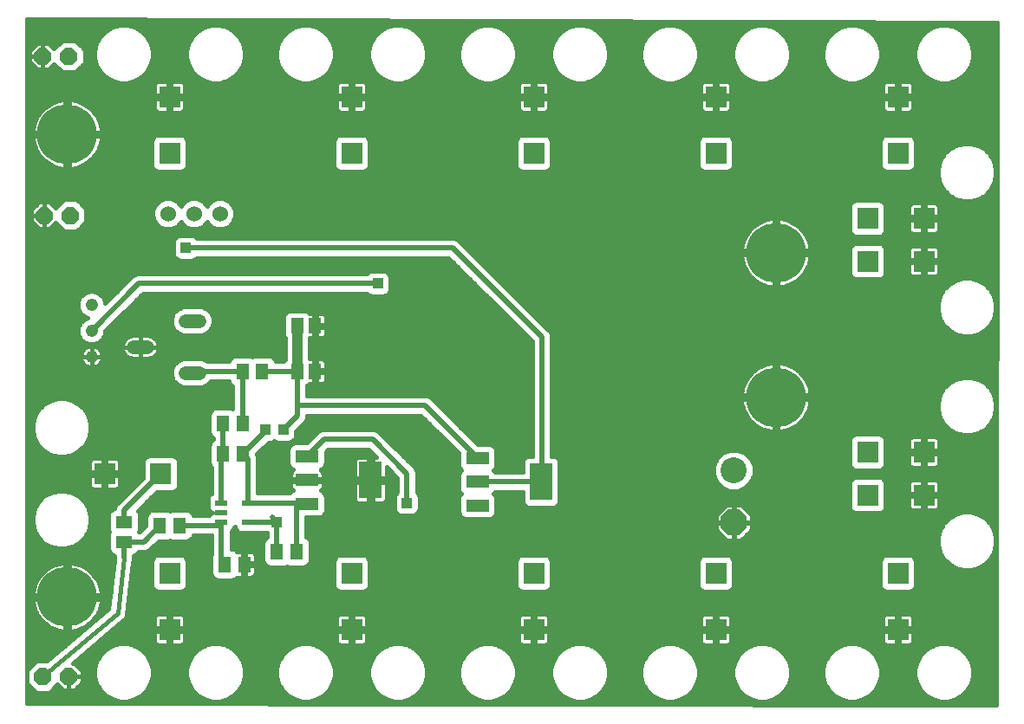
<source format=gbl>
G75*
%MOIN*%
%OFA0B0*%
%FSLAX24Y24*%
%IPPOS*%
%LPD*%
%AMOC8*
5,1,8,0,0,1.08239X$1,22.5*
%
%ADD10C,0.1000*%
%ADD11OC8,0.1000*%
%ADD12R,0.0512X0.0591*%
%ADD13R,0.0472X0.0236*%
%ADD14R,0.0827X0.0827*%
%ADD15R,0.0630X0.0512*%
%ADD16R,0.0512X0.0630*%
%ADD17C,0.0520*%
%ADD18R,0.0880X0.0480*%
%ADD19R,0.0866X0.1417*%
%ADD20C,0.0476*%
%ADD21OC8,0.0660*%
%ADD22C,0.0600*%
%ADD23C,0.2300*%
%ADD24C,0.0160*%
%ADD25R,0.0396X0.0396*%
%ADD26C,0.0200*%
%ADD27C,0.0400*%
D10*
X029771Y011708D03*
D11*
X029771Y009708D03*
D12*
X013668Y015521D03*
X012998Y015521D03*
X012998Y017271D03*
X013668Y017271D03*
D13*
X011097Y010457D03*
X011097Y009709D03*
X010069Y009709D03*
X010069Y010083D03*
X010069Y010457D03*
D14*
X007748Y011583D03*
X005583Y011583D03*
X008083Y007748D03*
X008083Y005583D03*
X015083Y005583D03*
X015083Y007748D03*
X022083Y007748D03*
X022083Y005583D03*
X029083Y005583D03*
X029083Y007748D03*
X034918Y010756D03*
X037083Y010756D03*
X037083Y012410D03*
X034918Y012410D03*
X036083Y007748D03*
X036083Y005583D03*
X037083Y019756D03*
X037083Y021410D03*
X034918Y021410D03*
X034918Y019756D03*
X036083Y023918D03*
X036083Y026083D03*
X029083Y026083D03*
X029083Y023918D03*
X022083Y023918D03*
X022083Y026083D03*
X015083Y026083D03*
X015083Y023918D03*
X008083Y023918D03*
X008083Y026083D03*
D15*
X006333Y009707D03*
X006333Y008959D03*
D16*
X007709Y009583D03*
X008457Y009583D03*
X010209Y008083D03*
X010957Y008083D03*
X012209Y008583D03*
X012957Y008583D03*
X010895Y012333D03*
X010147Y012333D03*
X010144Y013512D03*
X010892Y013512D03*
X010897Y015521D03*
X011645Y015521D03*
D17*
X009218Y015458D02*
X008698Y015458D01*
X007218Y016458D02*
X006698Y016458D01*
X008698Y017458D02*
X009218Y017458D01*
D18*
X013363Y012243D03*
X013363Y011333D03*
X013363Y010423D03*
X019926Y010361D03*
X019926Y011271D03*
X019926Y012181D03*
D19*
X022366Y011271D03*
X015803Y011333D03*
D20*
X005083Y016083D03*
X005083Y017083D03*
X005083Y018083D03*
D21*
X004271Y021521D03*
X003271Y021521D03*
X003208Y027646D03*
X004208Y027646D03*
X004208Y003771D03*
X003208Y003771D03*
D22*
X008021Y021583D03*
X009021Y021583D03*
X010021Y021583D03*
D23*
X004146Y024646D03*
X004146Y006833D03*
X031396Y014521D03*
X031396Y020083D03*
D24*
X002583Y029083D02*
X002583Y002749D01*
X039849Y002689D01*
X039909Y028960D01*
X002583Y029083D01*
X002583Y029053D02*
X011858Y029053D01*
X012424Y028419D02*
X010742Y028419D01*
X010743Y028418D02*
X010536Y028625D01*
X010283Y028771D01*
X010001Y028847D01*
X009709Y028847D01*
X009426Y028771D01*
X009173Y028625D01*
X008967Y028418D01*
X008820Y028165D01*
X008745Y027883D01*
X008745Y027590D01*
X008820Y027308D01*
X008967Y027055D01*
X009173Y026848D01*
X009426Y026702D01*
X009709Y026627D01*
X010001Y026627D01*
X010283Y026702D01*
X010536Y026848D01*
X010743Y027055D01*
X010889Y027308D01*
X010965Y027590D01*
X010965Y027883D01*
X010889Y028165D01*
X010743Y028418D01*
X010834Y028260D02*
X012332Y028260D01*
X012277Y028165D02*
X012201Y027883D01*
X012201Y027590D01*
X012277Y027308D01*
X012423Y027055D01*
X012630Y026848D01*
X012883Y026702D01*
X013165Y026627D01*
X013458Y026627D01*
X013740Y026702D01*
X013993Y026848D01*
X014200Y027055D01*
X014346Y027308D01*
X014421Y027590D01*
X014421Y027883D01*
X014346Y028165D01*
X014200Y028418D01*
X013993Y028625D01*
X013740Y028771D01*
X013458Y028847D01*
X013165Y028847D01*
X012883Y028771D01*
X012630Y028625D01*
X012423Y028418D01*
X012277Y028165D01*
X012260Y028102D02*
X010906Y028102D01*
X010948Y027943D02*
X012218Y027943D01*
X012201Y027785D02*
X010965Y027785D01*
X010965Y027626D02*
X012201Y027626D01*
X012234Y027468D02*
X010932Y027468D01*
X010889Y027309D02*
X012277Y027309D01*
X012368Y027151D02*
X010798Y027151D01*
X010680Y026992D02*
X012486Y026992D01*
X012656Y026834D02*
X010511Y026834D01*
X010182Y026675D02*
X012985Y026675D01*
X013638Y026675D02*
X014641Y026675D01*
X014646Y026676D02*
X014600Y026664D01*
X014559Y026640D01*
X014526Y026607D01*
X014502Y026566D01*
X014490Y026520D01*
X014490Y026141D01*
X015025Y026141D01*
X015025Y026025D01*
X014490Y026025D01*
X014490Y025646D01*
X014502Y025600D01*
X014526Y025559D01*
X014559Y025526D01*
X014600Y025502D01*
X014646Y025490D01*
X015025Y025490D01*
X015025Y026025D01*
X015141Y026025D01*
X015141Y025490D01*
X015520Y025490D01*
X015566Y025502D01*
X015607Y025526D01*
X015640Y025559D01*
X015664Y025600D01*
X015676Y025646D01*
X015676Y026025D01*
X015141Y026025D01*
X015141Y026141D01*
X015025Y026141D01*
X015025Y026676D01*
X014646Y026676D01*
X014490Y026517D02*
X008676Y026517D01*
X008676Y026520D02*
X008664Y026566D01*
X008640Y026607D01*
X008607Y026640D01*
X008566Y026664D01*
X008520Y026676D01*
X008141Y026676D01*
X008141Y026141D01*
X008025Y026141D01*
X008025Y026025D01*
X007490Y026025D01*
X007490Y025646D01*
X007502Y025600D01*
X007526Y025559D01*
X007559Y025526D01*
X007600Y025502D01*
X007646Y025490D01*
X008025Y025490D01*
X008025Y026025D01*
X008141Y026025D01*
X008141Y025490D01*
X008520Y025490D01*
X008566Y025502D01*
X008607Y025526D01*
X008640Y025559D01*
X008664Y025600D01*
X008676Y025646D01*
X008676Y026025D01*
X008141Y026025D01*
X008141Y026141D01*
X008676Y026141D01*
X008676Y026520D01*
X008676Y026358D02*
X014490Y026358D01*
X014490Y026200D02*
X008676Y026200D01*
X008676Y025883D02*
X014490Y025883D01*
X014490Y025724D02*
X008676Y025724D01*
X008644Y025566D02*
X014522Y025566D01*
X015025Y025566D02*
X015141Y025566D01*
X015141Y025724D02*
X015025Y025724D01*
X015025Y025883D02*
X015141Y025883D01*
X015141Y026041D02*
X022025Y026041D01*
X022025Y026025D02*
X021490Y026025D01*
X021490Y025646D01*
X021502Y025600D01*
X021526Y025559D01*
X021559Y025526D01*
X021600Y025502D01*
X021646Y025490D01*
X022025Y025490D01*
X022025Y026025D01*
X022025Y026141D01*
X021490Y026141D01*
X021490Y026520D01*
X021502Y026566D01*
X021526Y026607D01*
X021559Y026640D01*
X021600Y026664D01*
X021646Y026676D01*
X022025Y026676D01*
X022025Y026141D01*
X022141Y026141D01*
X022141Y026676D01*
X022520Y026676D01*
X022566Y026664D01*
X022607Y026640D01*
X022640Y026607D01*
X022664Y026566D01*
X022676Y026520D01*
X022676Y026141D01*
X022141Y026141D01*
X022141Y026025D01*
X022141Y025490D01*
X022520Y025490D01*
X022566Y025502D01*
X022607Y025526D01*
X022640Y025559D01*
X022664Y025600D01*
X022676Y025646D01*
X022676Y026025D01*
X022141Y026025D01*
X022025Y026025D01*
X022141Y026041D02*
X029025Y026041D01*
X029025Y026025D02*
X028490Y026025D01*
X028490Y025646D01*
X028502Y025600D01*
X028526Y025559D01*
X028559Y025526D01*
X028600Y025502D01*
X028646Y025490D01*
X029025Y025490D01*
X029025Y026025D01*
X029025Y026141D01*
X028490Y026141D01*
X028490Y026520D01*
X028502Y026566D01*
X028526Y026607D01*
X028559Y026640D01*
X028600Y026664D01*
X028646Y026676D01*
X029025Y026676D01*
X029025Y026141D01*
X029141Y026141D01*
X029141Y026676D01*
X029520Y026676D01*
X029566Y026664D01*
X029607Y026640D01*
X029640Y026607D01*
X029664Y026566D01*
X029676Y026520D01*
X029676Y026141D01*
X029141Y026141D01*
X029141Y026025D01*
X029141Y025490D01*
X029520Y025490D01*
X029566Y025502D01*
X029607Y025526D01*
X029640Y025559D01*
X029664Y025600D01*
X029676Y025646D01*
X029676Y026025D01*
X029141Y026025D01*
X029025Y026025D01*
X029141Y026041D02*
X036025Y026041D01*
X036025Y026025D02*
X035490Y026025D01*
X035490Y025646D01*
X035502Y025600D01*
X035526Y025559D01*
X035559Y025526D01*
X035600Y025502D01*
X035646Y025490D01*
X036025Y025490D01*
X036025Y026025D01*
X036025Y026141D01*
X035490Y026141D01*
X035490Y026520D01*
X035502Y026566D01*
X035526Y026607D01*
X035559Y026640D01*
X035600Y026664D01*
X035646Y026676D01*
X036025Y026676D01*
X036025Y026141D01*
X036141Y026141D01*
X036141Y026676D01*
X036520Y026676D01*
X036566Y026664D01*
X036607Y026640D01*
X036640Y026607D01*
X036664Y026566D01*
X036676Y026520D01*
X036676Y026141D01*
X036141Y026141D01*
X036141Y026025D01*
X036141Y025490D01*
X036520Y025490D01*
X036566Y025502D01*
X036607Y025526D01*
X036640Y025559D01*
X036664Y025600D01*
X036676Y025646D01*
X036676Y026025D01*
X036141Y026025D01*
X036025Y026025D01*
X036141Y026041D02*
X039903Y026041D01*
X039902Y025883D02*
X036676Y025883D01*
X036676Y025724D02*
X039902Y025724D01*
X039902Y025566D02*
X036644Y025566D01*
X036141Y025566D02*
X036025Y025566D01*
X036025Y025724D02*
X036141Y025724D01*
X036141Y025883D02*
X036025Y025883D01*
X036025Y026200D02*
X036141Y026200D01*
X036141Y026358D02*
X036025Y026358D01*
X036025Y026517D02*
X036141Y026517D01*
X036141Y026675D02*
X036025Y026675D01*
X035641Y026675D02*
X034638Y026675D01*
X034740Y026702D02*
X034993Y026848D01*
X035200Y027055D01*
X035346Y027308D01*
X035421Y027590D01*
X035421Y027883D01*
X035346Y028165D01*
X035200Y028418D01*
X034993Y028625D01*
X034740Y028771D01*
X034458Y028847D01*
X034165Y028847D01*
X033883Y028771D01*
X033630Y028625D01*
X033423Y028418D01*
X033277Y028165D01*
X033201Y027883D01*
X033201Y027590D01*
X033277Y027308D01*
X033423Y027055D01*
X033630Y026848D01*
X033883Y026702D01*
X034165Y026627D01*
X034458Y026627D01*
X034740Y026702D01*
X034967Y026834D02*
X037199Y026834D01*
X037173Y026848D02*
X037426Y026702D01*
X037709Y026627D01*
X038001Y026627D01*
X038283Y026702D01*
X038536Y026848D01*
X038743Y027055D01*
X038889Y027308D01*
X038965Y027590D01*
X038965Y027883D01*
X038889Y028165D01*
X038743Y028418D01*
X038536Y028625D01*
X038283Y028771D01*
X038001Y028847D01*
X037709Y028847D01*
X037426Y028771D01*
X037173Y028625D01*
X036967Y028418D01*
X036820Y028165D01*
X036745Y027883D01*
X036745Y027590D01*
X036820Y027308D01*
X036967Y027055D01*
X037173Y026848D01*
X037030Y026992D02*
X035137Y026992D01*
X035255Y027151D02*
X036911Y027151D01*
X036820Y027309D02*
X035346Y027309D01*
X035388Y027468D02*
X036778Y027468D01*
X036745Y027626D02*
X035421Y027626D01*
X035421Y027785D02*
X036745Y027785D01*
X036761Y027943D02*
X035405Y027943D01*
X035363Y028102D02*
X036803Y028102D01*
X036875Y028260D02*
X035291Y028260D01*
X035199Y028419D02*
X036967Y028419D01*
X037126Y028577D02*
X035041Y028577D01*
X034801Y028736D02*
X037365Y028736D01*
X038344Y028736D02*
X039909Y028736D01*
X039909Y028894D02*
X002583Y028894D01*
X002583Y028736D02*
X005822Y028736D01*
X005883Y028771D02*
X005630Y028625D01*
X005423Y028418D01*
X005277Y028165D01*
X005201Y027883D01*
X005201Y027590D01*
X005277Y027308D01*
X005423Y027055D01*
X005630Y026848D01*
X005883Y026702D01*
X006165Y026627D01*
X006458Y026627D01*
X006740Y026702D01*
X006993Y026848D01*
X007200Y027055D01*
X007346Y027308D01*
X007421Y027590D01*
X007421Y027883D01*
X007346Y028165D01*
X007200Y028418D01*
X006993Y028625D01*
X006740Y028771D01*
X006458Y028847D01*
X006165Y028847D01*
X005883Y028771D01*
X005582Y028577D02*
X002583Y028577D01*
X002583Y028419D02*
X005424Y028419D01*
X005332Y028260D02*
X002583Y028260D01*
X002583Y028102D02*
X002943Y028102D01*
X002997Y028156D02*
X002698Y027857D01*
X002698Y027646D01*
X003208Y027646D01*
X003208Y028156D01*
X002997Y028156D01*
X003208Y028156D02*
X003208Y027646D01*
X003208Y027646D01*
X003208Y027646D01*
X002698Y027646D01*
X002698Y027434D01*
X002997Y027136D01*
X003208Y027136D01*
X003208Y027646D01*
X003208Y027646D01*
X003208Y027136D01*
X003419Y027136D01*
X003637Y027354D01*
X003955Y027036D01*
X004461Y027036D01*
X004818Y027393D01*
X004818Y027898D01*
X004461Y028256D01*
X003955Y028256D01*
X003637Y027938D01*
X003419Y028156D01*
X003208Y028156D01*
X003208Y028102D02*
X003208Y028102D01*
X003208Y027943D02*
X003208Y027943D01*
X003208Y027785D02*
X003208Y027785D01*
X003208Y027626D02*
X003208Y027626D01*
X003208Y027468D02*
X003208Y027468D01*
X003208Y027309D02*
X003208Y027309D01*
X003208Y027151D02*
X003208Y027151D01*
X002982Y027151D02*
X002583Y027151D01*
X002583Y027309D02*
X002823Y027309D01*
X002698Y027468D02*
X002583Y027468D01*
X002583Y027626D02*
X002698Y027626D01*
X002698Y027785D02*
X002583Y027785D01*
X002583Y027943D02*
X002784Y027943D01*
X003473Y028102D02*
X003801Y028102D01*
X003643Y027943D02*
X003632Y027943D01*
X003593Y027309D02*
X003682Y027309D01*
X003840Y027151D02*
X003434Y027151D01*
X002583Y026992D02*
X005486Y026992D01*
X005368Y027151D02*
X004576Y027151D01*
X004734Y027309D02*
X005277Y027309D01*
X005234Y027468D02*
X004818Y027468D01*
X004818Y027626D02*
X005201Y027626D01*
X005201Y027785D02*
X004818Y027785D01*
X004773Y027943D02*
X005218Y027943D01*
X005260Y028102D02*
X004615Y028102D01*
X005656Y026834D02*
X002583Y026834D01*
X002583Y026675D02*
X005985Y026675D01*
X006638Y026675D02*
X007641Y026675D01*
X007646Y026676D02*
X007600Y026664D01*
X007559Y026640D01*
X007526Y026607D01*
X007502Y026566D01*
X007490Y026520D01*
X007490Y026141D01*
X008025Y026141D01*
X008025Y026676D01*
X007646Y026676D01*
X007490Y026517D02*
X002583Y026517D01*
X002583Y026358D02*
X007490Y026358D01*
X007490Y026200D02*
X002583Y026200D01*
X002583Y026041D02*
X008025Y026041D01*
X008141Y026041D02*
X015025Y026041D01*
X015141Y026141D02*
X015141Y026676D01*
X015520Y026676D01*
X015566Y026664D01*
X015607Y026640D01*
X015640Y026607D01*
X015664Y026566D01*
X015676Y026520D01*
X015676Y026141D01*
X015141Y026141D01*
X015141Y026200D02*
X015025Y026200D01*
X015025Y026358D02*
X015141Y026358D01*
X015141Y026517D02*
X015025Y026517D01*
X015025Y026675D02*
X015141Y026675D01*
X015525Y026675D02*
X016528Y026675D01*
X016426Y026702D02*
X016709Y026627D01*
X017001Y026627D01*
X017283Y026702D01*
X017536Y026848D01*
X017743Y027055D01*
X017889Y027308D01*
X017965Y027590D01*
X017965Y027883D01*
X017889Y028165D01*
X017743Y028418D01*
X017536Y028625D01*
X017283Y028771D01*
X017001Y028847D01*
X016709Y028847D01*
X016426Y028771D01*
X016173Y028625D01*
X015967Y028418D01*
X015820Y028165D01*
X015745Y027883D01*
X015745Y027590D01*
X015820Y027308D01*
X015967Y027055D01*
X016173Y026848D01*
X016426Y026702D01*
X016199Y026834D02*
X013967Y026834D01*
X014137Y026992D02*
X016030Y026992D01*
X015911Y027151D02*
X014255Y027151D01*
X014346Y027309D02*
X015820Y027309D01*
X015778Y027468D02*
X014388Y027468D01*
X014421Y027626D02*
X015745Y027626D01*
X015745Y027785D02*
X014421Y027785D01*
X014405Y027943D02*
X015761Y027943D01*
X015803Y028102D02*
X014363Y028102D01*
X014291Y028260D02*
X015875Y028260D01*
X015967Y028419D02*
X014199Y028419D01*
X014041Y028577D02*
X016126Y028577D01*
X016365Y028736D02*
X013801Y028736D01*
X012822Y028736D02*
X010344Y028736D01*
X010584Y028577D02*
X012582Y028577D01*
X009528Y026675D02*
X008525Y026675D01*
X008141Y026675D02*
X008025Y026675D01*
X008025Y026517D02*
X008141Y026517D01*
X008141Y026358D02*
X008025Y026358D01*
X008025Y026200D02*
X008141Y026200D01*
X008141Y025883D02*
X008025Y025883D01*
X008025Y025724D02*
X008141Y025724D01*
X008141Y025566D02*
X008025Y025566D01*
X007522Y025566D02*
X005106Y025566D01*
X005132Y025540D02*
X005040Y025632D01*
X004939Y025715D01*
X004830Y025788D01*
X004715Y025849D01*
X004594Y025899D01*
X004469Y025937D01*
X004341Y025963D01*
X004226Y025974D01*
X004226Y024726D01*
X005474Y024726D01*
X005463Y024841D01*
X005437Y024969D01*
X005399Y025094D01*
X005349Y025215D01*
X005288Y025330D01*
X005215Y025439D01*
X005132Y025540D01*
X005236Y025407D02*
X039901Y025407D01*
X039901Y025249D02*
X005331Y025249D01*
X005401Y025090D02*
X039901Y025090D01*
X039900Y024932D02*
X005445Y024932D01*
X005469Y024773D02*
X039900Y024773D01*
X039899Y024615D02*
X004226Y024615D01*
X004226Y024566D02*
X004226Y024726D01*
X004066Y024726D01*
X004066Y025974D01*
X003950Y025963D01*
X003822Y025937D01*
X003697Y025899D01*
X003576Y025849D01*
X003461Y025788D01*
X003352Y025715D01*
X003251Y025632D01*
X003159Y025540D01*
X003076Y025439D01*
X003003Y025330D01*
X002942Y025215D01*
X002892Y025094D01*
X002854Y024969D01*
X002828Y024841D01*
X002817Y024726D01*
X004066Y024726D01*
X004066Y024566D01*
X004226Y024566D01*
X005474Y024566D01*
X005463Y024450D01*
X005437Y024322D01*
X005399Y024197D01*
X005349Y024076D01*
X005288Y023961D01*
X005215Y023852D01*
X005132Y023751D01*
X005040Y023659D01*
X004939Y023576D01*
X004830Y023503D01*
X004715Y023442D01*
X004594Y023392D01*
X004469Y023354D01*
X004341Y023328D01*
X004226Y023317D01*
X004226Y024566D01*
X004226Y024456D02*
X004066Y024456D01*
X004066Y024566D02*
X004066Y023317D01*
X003950Y023328D01*
X003822Y023354D01*
X003697Y023392D01*
X003576Y023442D01*
X003461Y023503D01*
X003352Y023576D01*
X003251Y023659D01*
X003159Y023751D01*
X003076Y023852D01*
X003003Y023961D01*
X002942Y024076D01*
X002892Y024197D01*
X002854Y024322D01*
X002828Y024450D01*
X002817Y024566D01*
X004066Y024566D01*
X004066Y024615D02*
X002583Y024615D01*
X002583Y024773D02*
X002822Y024773D01*
X002846Y024932D02*
X002583Y024932D01*
X002583Y025090D02*
X002891Y025090D01*
X002960Y025249D02*
X002583Y025249D01*
X002583Y025407D02*
X003055Y025407D01*
X003185Y025566D02*
X002583Y025566D01*
X002583Y025724D02*
X003366Y025724D01*
X003657Y025883D02*
X002583Y025883D01*
X004066Y025883D02*
X004226Y025883D01*
X004226Y025724D02*
X004066Y025724D01*
X004066Y025566D02*
X004226Y025566D01*
X004226Y025407D02*
X004066Y025407D01*
X004066Y025249D02*
X004226Y025249D01*
X004226Y025090D02*
X004066Y025090D01*
X004066Y024932D02*
X004226Y024932D01*
X004226Y024773D02*
X004066Y024773D01*
X004066Y024298D02*
X004226Y024298D01*
X004226Y024139D02*
X004066Y024139D01*
X004066Y023981D02*
X004226Y023981D01*
X004226Y023822D02*
X004066Y023822D01*
X004066Y023664D02*
X004226Y023664D01*
X004226Y023505D02*
X004066Y023505D01*
X004066Y023347D02*
X004226Y023347D01*
X004433Y023347D02*
X007432Y023347D01*
X007432Y023346D02*
X007511Y023267D01*
X007614Y023224D01*
X008552Y023224D01*
X008655Y023267D01*
X008734Y023346D01*
X008776Y023449D01*
X008776Y024387D01*
X008734Y024490D01*
X008655Y024568D01*
X008552Y024611D01*
X007614Y024611D01*
X007511Y024568D01*
X007432Y024490D01*
X007390Y024387D01*
X007390Y023449D01*
X007432Y023346D01*
X007390Y023505D02*
X004833Y023505D01*
X005045Y023664D02*
X007390Y023664D01*
X007390Y023822D02*
X005190Y023822D01*
X005298Y023981D02*
X007390Y023981D01*
X007390Y024139D02*
X005375Y024139D01*
X005430Y024298D02*
X007390Y024298D01*
X007418Y024456D02*
X005463Y024456D01*
X004925Y025724D02*
X007490Y025724D01*
X007490Y025883D02*
X004635Y025883D01*
X002828Y024456D02*
X002583Y024456D01*
X002583Y024298D02*
X002861Y024298D01*
X002916Y024139D02*
X002583Y024139D01*
X002583Y023981D02*
X002993Y023981D01*
X003101Y023822D02*
X002583Y023822D01*
X002583Y023664D02*
X003247Y023664D01*
X003458Y023505D02*
X002583Y023505D01*
X002583Y023347D02*
X003859Y023347D01*
X002583Y023188D02*
X037627Y023188D01*
X037627Y023328D02*
X037627Y023035D01*
X037702Y022753D01*
X037848Y022500D01*
X038055Y022293D01*
X038308Y022147D01*
X038590Y022072D01*
X038883Y022072D01*
X039165Y022147D01*
X039418Y022293D01*
X039625Y022500D01*
X039771Y022753D01*
X039847Y023035D01*
X039847Y023328D01*
X039771Y023610D01*
X039625Y023863D01*
X039418Y024070D01*
X039165Y024216D01*
X038883Y024291D01*
X038590Y024291D01*
X038308Y024216D01*
X038055Y024070D01*
X037848Y023863D01*
X037702Y023610D01*
X037627Y023328D01*
X037632Y023347D02*
X036734Y023347D01*
X036734Y023346D02*
X036776Y023449D01*
X036776Y024387D01*
X036734Y024490D01*
X036655Y024568D01*
X036552Y024611D01*
X035614Y024611D01*
X035511Y024568D01*
X035432Y024490D01*
X035390Y024387D01*
X035390Y023449D01*
X035432Y023346D01*
X035511Y023267D01*
X035614Y023224D01*
X036552Y023224D01*
X036655Y023267D01*
X036734Y023346D01*
X036776Y023505D02*
X037674Y023505D01*
X037733Y023664D02*
X036776Y023664D01*
X036776Y023822D02*
X037825Y023822D01*
X037966Y023981D02*
X036776Y023981D01*
X036776Y024139D02*
X038175Y024139D01*
X039298Y024139D02*
X039898Y024139D01*
X039898Y023981D02*
X039507Y023981D01*
X039648Y023822D02*
X039898Y023822D01*
X039897Y023664D02*
X039740Y023664D01*
X039799Y023505D02*
X039897Y023505D01*
X039897Y023347D02*
X039841Y023347D01*
X039847Y023188D02*
X039896Y023188D01*
X039896Y023030D02*
X039845Y023030D01*
X039803Y022871D02*
X039895Y022871D01*
X039895Y022713D02*
X039748Y022713D01*
X039656Y022554D02*
X039895Y022554D01*
X039894Y022396D02*
X039520Y022396D01*
X039321Y022237D02*
X039894Y022237D01*
X039894Y022079D02*
X038909Y022079D01*
X038564Y022079D02*
X035446Y022079D01*
X035490Y022061D02*
X035387Y022103D01*
X034449Y022103D01*
X034346Y022061D01*
X034267Y021982D01*
X034224Y021879D01*
X034224Y020941D01*
X034267Y020838D01*
X034346Y020759D01*
X034449Y020716D01*
X035387Y020716D01*
X035490Y020759D01*
X035568Y020838D01*
X035611Y020941D01*
X035611Y021879D01*
X035568Y021982D01*
X035490Y022061D01*
X035594Y021920D02*
X036518Y021920D01*
X036526Y021934D02*
X036502Y021893D01*
X036490Y021847D01*
X036490Y021468D01*
X037025Y021468D01*
X037025Y022003D01*
X036646Y022003D01*
X036600Y021991D01*
X036559Y021967D01*
X036526Y021934D01*
X036490Y021762D02*
X035611Y021762D01*
X035611Y021603D02*
X036490Y021603D01*
X036490Y021352D02*
X036490Y020973D01*
X036502Y020927D01*
X036526Y020886D01*
X036559Y020852D01*
X036600Y020829D01*
X036646Y020816D01*
X037025Y020816D01*
X037025Y021352D01*
X036490Y021352D01*
X036490Y021286D02*
X035611Y021286D01*
X035611Y021128D02*
X036490Y021128D01*
X036491Y020969D02*
X035611Y020969D01*
X035541Y020811D02*
X039891Y020811D01*
X039891Y020969D02*
X037675Y020969D01*
X037676Y020973D02*
X037676Y021352D01*
X037141Y021352D01*
X037141Y021468D01*
X037025Y021468D01*
X037025Y021352D01*
X037141Y021352D01*
X037141Y020816D01*
X037520Y020816D01*
X037566Y020829D01*
X037607Y020852D01*
X037640Y020886D01*
X037664Y020927D01*
X037676Y020973D01*
X037676Y021128D02*
X039891Y021128D01*
X039892Y021286D02*
X037676Y021286D01*
X037676Y021468D02*
X037676Y021847D01*
X037664Y021893D01*
X037640Y021934D01*
X037607Y021967D01*
X037566Y021991D01*
X037520Y022003D01*
X037141Y022003D01*
X037141Y021468D01*
X037676Y021468D01*
X037676Y021603D02*
X039893Y021603D01*
X039892Y021445D02*
X037141Y021445D01*
X037025Y021445D02*
X035611Y021445D01*
X035387Y020450D02*
X034449Y020450D01*
X034346Y020407D01*
X034267Y020328D01*
X034224Y020225D01*
X034224Y019287D01*
X034267Y019184D01*
X034346Y019106D01*
X034449Y019063D01*
X035387Y019063D01*
X035490Y019106D01*
X035568Y019184D01*
X035611Y019287D01*
X035611Y020225D01*
X035568Y020328D01*
X035490Y020407D01*
X035387Y020450D01*
X035562Y020335D02*
X036596Y020335D01*
X036600Y020337D02*
X036559Y020314D01*
X036526Y020280D01*
X036502Y020239D01*
X036490Y020193D01*
X036490Y019814D01*
X037025Y019814D01*
X037025Y019699D01*
X036490Y019699D01*
X036490Y019319D01*
X036502Y019273D01*
X036526Y019232D01*
X036559Y019199D01*
X036600Y019175D01*
X036646Y019163D01*
X037025Y019163D01*
X037025Y019698D01*
X037141Y019698D01*
X037141Y019163D01*
X037520Y019163D01*
X037566Y019175D01*
X037607Y019199D01*
X037640Y019232D01*
X037664Y019273D01*
X037676Y019319D01*
X037676Y019699D01*
X037141Y019699D01*
X037141Y019814D01*
X037676Y019814D01*
X037676Y020193D01*
X037664Y020239D01*
X037640Y020280D01*
X037607Y020314D01*
X037566Y020337D01*
X037520Y020350D01*
X037141Y020350D01*
X037141Y019814D01*
X037025Y019814D01*
X037025Y020350D01*
X036646Y020350D01*
X036600Y020337D01*
X036490Y020177D02*
X035611Y020177D01*
X035611Y020018D02*
X036490Y020018D01*
X036490Y019860D02*
X035611Y019860D01*
X035611Y019701D02*
X037025Y019701D01*
X037141Y019701D02*
X039888Y019701D01*
X039888Y019543D02*
X037676Y019543D01*
X037676Y019384D02*
X039887Y019384D01*
X039887Y019226D02*
X037634Y019226D01*
X037141Y019226D02*
X037025Y019226D01*
X037025Y019384D02*
X037141Y019384D01*
X037141Y019543D02*
X037025Y019543D01*
X037025Y019860D02*
X037141Y019860D01*
X037141Y020018D02*
X037025Y020018D01*
X037025Y020177D02*
X037141Y020177D01*
X037141Y020335D02*
X037025Y020335D01*
X037570Y020335D02*
X039890Y020335D01*
X039889Y020177D02*
X037676Y020177D01*
X037676Y020018D02*
X039889Y020018D01*
X039889Y019860D02*
X037676Y019860D01*
X038308Y019019D02*
X038055Y018873D01*
X037848Y018666D01*
X037702Y018413D01*
X037627Y018131D01*
X037627Y017839D01*
X037702Y017556D01*
X037848Y017303D01*
X038055Y017096D01*
X038308Y016950D01*
X038590Y016875D01*
X038883Y016875D01*
X039165Y016950D01*
X039418Y017096D01*
X039625Y017303D01*
X039771Y017556D01*
X039847Y017839D01*
X039847Y018131D01*
X039771Y018413D01*
X039625Y018666D01*
X039418Y018873D01*
X039165Y019019D01*
X038883Y019095D01*
X038590Y019095D01*
X038308Y019019D01*
X038488Y019067D02*
X035397Y019067D01*
X035586Y019226D02*
X036532Y019226D01*
X036490Y019384D02*
X035611Y019384D01*
X035611Y019543D02*
X036490Y019543D01*
X037805Y018592D02*
X021174Y018592D01*
X021016Y018750D02*
X037932Y018750D01*
X038117Y018909D02*
X032020Y018909D01*
X031965Y018879D02*
X032080Y018941D01*
X032189Y019014D01*
X032290Y019096D01*
X032382Y019189D01*
X032465Y019290D01*
X032538Y019398D01*
X032599Y019514D01*
X032649Y019634D01*
X032687Y019760D01*
X032713Y019888D01*
X032724Y020003D01*
X031476Y020003D01*
X031476Y020163D01*
X032724Y020163D01*
X032713Y020278D01*
X032687Y020407D01*
X032649Y020532D01*
X032599Y020652D01*
X039890Y020652D01*
X039890Y020494D02*
X032661Y020494D01*
X032701Y020335D02*
X034274Y020335D01*
X034224Y020177D02*
X032723Y020177D01*
X032707Y019860D02*
X034224Y019860D01*
X034224Y020018D02*
X031476Y020018D01*
X031476Y020003D02*
X031476Y018755D01*
X031591Y018766D01*
X031719Y018791D01*
X031844Y018829D01*
X031965Y018879D01*
X032254Y019067D02*
X034439Y019067D01*
X034250Y019226D02*
X032412Y019226D01*
X032528Y019384D02*
X034224Y019384D01*
X034224Y019543D02*
X032611Y019543D01*
X032670Y019701D02*
X034224Y019701D01*
X034294Y020811D02*
X032509Y020811D01*
X032538Y020768D02*
X032465Y020876D01*
X032382Y020977D01*
X032290Y021070D01*
X032189Y021153D01*
X032080Y021225D01*
X031965Y021287D01*
X031844Y021337D01*
X031719Y021375D01*
X031591Y021400D01*
X031476Y021412D01*
X031476Y020163D01*
X031316Y020163D01*
X031316Y021412D01*
X031200Y021400D01*
X031072Y021375D01*
X030947Y021337D01*
X030826Y021287D01*
X030711Y021225D01*
X030602Y021153D01*
X030501Y021070D01*
X030409Y020977D01*
X030326Y020876D01*
X030253Y020768D01*
X030192Y020652D01*
X009119Y020652D01*
X009120Y020651D02*
X009065Y020706D01*
X008962Y020749D01*
X008454Y020749D01*
X008351Y020706D01*
X008273Y020627D01*
X008230Y020524D01*
X008230Y020017D01*
X008273Y019914D01*
X008351Y019835D01*
X008454Y019792D01*
X008962Y019792D01*
X009065Y019835D01*
X009120Y019891D01*
X018801Y019891D01*
X022016Y016676D01*
X022016Y012259D01*
X021877Y012259D01*
X021774Y012217D01*
X021695Y012138D01*
X021653Y012035D01*
X021653Y011651D01*
X020611Y011651D01*
X020603Y011669D01*
X020547Y011726D01*
X020603Y011782D01*
X020646Y011885D01*
X020646Y012476D01*
X020603Y012579D01*
X020524Y012658D01*
X020421Y012701D01*
X019943Y012701D01*
X018113Y014530D01*
X017974Y014588D01*
X013378Y014588D01*
X013378Y014974D01*
X013413Y014988D01*
X013470Y015045D01*
X013620Y015045D01*
X013620Y015473D01*
X013716Y015473D01*
X013716Y015569D01*
X013620Y015569D01*
X013620Y015996D01*
X013478Y015996D01*
X013478Y016795D01*
X013620Y016795D01*
X013620Y017223D01*
X013716Y017223D01*
X013716Y017319D01*
X013620Y017319D01*
X013620Y017746D01*
X013470Y017746D01*
X013413Y017803D01*
X013310Y017846D01*
X012687Y017846D01*
X012584Y017803D01*
X012505Y017724D01*
X012463Y017622D01*
X012463Y016920D01*
X012505Y016817D01*
X012518Y016803D01*
X012518Y015988D01*
X012505Y015974D01*
X012475Y015901D01*
X012177Y015901D01*
X012138Y015994D01*
X012059Y016073D01*
X011956Y016116D01*
X011333Y016116D01*
X011271Y016090D01*
X011208Y016116D01*
X010585Y016116D01*
X010482Y016073D01*
X010403Y015994D01*
X010363Y015898D01*
X009542Y015898D01*
X009524Y015916D01*
X009325Y015998D01*
X008591Y015998D01*
X008392Y015916D01*
X008240Y015764D01*
X008158Y015565D01*
X008158Y015351D01*
X008240Y015152D01*
X008392Y015000D01*
X008591Y014918D01*
X009325Y014918D01*
X009524Y015000D01*
X009662Y015138D01*
X010366Y015138D01*
X010403Y015047D01*
X010482Y014968D01*
X010512Y014956D01*
X010512Y014083D01*
X010456Y014107D01*
X009832Y014107D01*
X009730Y014064D01*
X009651Y013985D01*
X009608Y013882D01*
X009608Y013141D01*
X009651Y013038D01*
X009730Y012959D01*
X009767Y012944D01*
X009767Y012900D01*
X009732Y012885D01*
X009653Y012807D01*
X009611Y012704D01*
X009611Y011962D01*
X009653Y011860D01*
X009689Y011824D01*
X009689Y010819D01*
X009674Y010813D01*
X009595Y010734D01*
X009553Y010631D01*
X009553Y010283D01*
X009595Y010180D01*
X009653Y010123D01*
X009653Y010083D01*
X009653Y010043D01*
X009595Y009986D01*
X009586Y009963D01*
X008989Y009963D01*
X008950Y010057D01*
X008872Y010135D01*
X008769Y010178D01*
X008145Y010178D01*
X008083Y010152D01*
X008021Y010178D01*
X007397Y010178D01*
X007295Y010135D01*
X007216Y010057D01*
X007173Y009954D01*
X007173Y009585D01*
X006928Y009339D01*
X006905Y009339D01*
X006928Y009395D01*
X006928Y010019D01*
X006885Y010122D01*
X006855Y010152D01*
X007592Y010890D01*
X008218Y010890D01*
X008320Y010932D01*
X008399Y011011D01*
X008442Y011114D01*
X008442Y012052D01*
X008399Y012155D01*
X008320Y012234D01*
X008218Y012276D01*
X007279Y012276D01*
X007176Y012234D01*
X007098Y012155D01*
X007055Y012052D01*
X007055Y011427D01*
X006118Y010490D01*
X006011Y010383D01*
X005953Y010243D01*
X005953Y010239D01*
X005860Y010200D01*
X005781Y010122D01*
X005738Y010019D01*
X005738Y009395D01*
X005764Y009333D01*
X005738Y009271D01*
X005738Y008647D01*
X005781Y008545D01*
X005860Y008466D01*
X005953Y008427D01*
X005953Y008257D01*
X005960Y008241D01*
X005742Y006391D01*
X003371Y004381D01*
X002955Y004381D01*
X002598Y004023D01*
X002598Y003518D01*
X002955Y003161D01*
X003461Y003161D01*
X003779Y003479D01*
X003997Y003261D01*
X004208Y003261D01*
X004208Y003771D01*
X004718Y003771D01*
X004718Y003982D01*
X004419Y004281D01*
X004366Y004281D01*
X006311Y005929D01*
X006362Y005970D01*
X006366Y005976D01*
X006370Y005980D01*
X006400Y006038D01*
X006432Y006095D01*
X006433Y006101D01*
X006436Y006107D01*
X006441Y006172D01*
X006676Y008168D01*
X006713Y008257D01*
X006713Y008427D01*
X006807Y008466D01*
X006885Y008545D01*
X006900Y008579D01*
X007161Y008579D01*
X007300Y008637D01*
X007651Y008988D01*
X008021Y008988D01*
X008083Y009014D01*
X008145Y008988D01*
X008769Y008988D01*
X008872Y009031D01*
X008950Y009110D01*
X008989Y009203D01*
X009689Y009203D01*
X009689Y008492D01*
X009673Y008454D01*
X009673Y007712D01*
X009716Y007610D01*
X009795Y007531D01*
X009897Y007488D01*
X010521Y007488D01*
X010624Y007531D01*
X010681Y007588D01*
X010909Y007588D01*
X010909Y008035D01*
X011005Y008035D01*
X011005Y007588D01*
X011237Y007588D01*
X011282Y007600D01*
X011324Y007624D01*
X011357Y007658D01*
X011381Y007699D01*
X011393Y007744D01*
X011393Y008035D01*
X011005Y008035D01*
X011005Y008131D01*
X010909Y008131D01*
X010909Y008578D01*
X010681Y008578D01*
X010624Y008635D01*
X010521Y008678D01*
X010449Y008678D01*
X010449Y009347D01*
X010464Y009354D01*
X010542Y009432D01*
X010583Y009530D01*
X010624Y009432D01*
X010702Y009354D01*
X010805Y009311D01*
X011389Y009311D01*
X011431Y009328D01*
X011796Y009328D01*
X011829Y009295D01*
X011829Y009150D01*
X011795Y009135D01*
X011716Y009057D01*
X011673Y008954D01*
X011673Y008212D01*
X011716Y008110D01*
X011795Y008031D01*
X011897Y007988D01*
X012521Y007988D01*
X012583Y008014D01*
X012645Y007988D01*
X013269Y007988D01*
X013372Y008031D01*
X013450Y008110D01*
X013493Y008212D01*
X013493Y008954D01*
X013450Y009057D01*
X013372Y009135D01*
X013337Y009150D01*
X013337Y009903D01*
X013859Y009903D01*
X013962Y009946D01*
X014040Y010024D01*
X014083Y010127D01*
X014083Y010719D01*
X014040Y010822D01*
X013962Y010900D01*
X013885Y010932D01*
X013914Y010949D01*
X013947Y010983D01*
X013971Y011024D01*
X013983Y011069D01*
X013983Y011293D01*
X013403Y011293D01*
X013403Y011373D01*
X013983Y011373D01*
X013983Y011597D01*
X013971Y011643D01*
X013947Y011684D01*
X013914Y011717D01*
X013885Y011734D01*
X013962Y011766D01*
X014040Y011844D01*
X014083Y011947D01*
X014083Y012421D01*
X014178Y012516D01*
X015738Y012516D01*
X016032Y012222D01*
X015883Y012222D01*
X015883Y011413D01*
X015723Y011413D01*
X015723Y011253D01*
X015190Y011253D01*
X015190Y010601D01*
X015202Y010555D01*
X015226Y010514D01*
X015260Y010480D01*
X015301Y010457D01*
X015346Y010444D01*
X015723Y010444D01*
X015723Y011253D01*
X015883Y011253D01*
X015883Y010444D01*
X016260Y010444D01*
X016306Y010457D01*
X016347Y010480D01*
X016380Y010514D01*
X016404Y010555D01*
X016416Y010601D01*
X016416Y011253D01*
X015883Y011253D01*
X015883Y011413D01*
X016416Y011413D01*
X016416Y011838D01*
X016828Y011426D01*
X016828Y010870D01*
X016773Y010815D01*
X016730Y010712D01*
X016730Y010204D01*
X016773Y010101D01*
X016851Y010023D01*
X016954Y009980D01*
X017462Y009980D01*
X017565Y010023D01*
X017644Y010101D01*
X017686Y010204D01*
X017686Y010712D01*
X017644Y010815D01*
X017588Y010870D01*
X017588Y011659D01*
X017530Y011798D01*
X017423Y011905D01*
X016111Y013218D01*
X015971Y013276D01*
X013945Y013276D01*
X013805Y013218D01*
X013698Y013111D01*
X013351Y012763D01*
X012867Y012763D01*
X012764Y012720D01*
X012686Y012642D01*
X012643Y012539D01*
X012643Y011947D01*
X012686Y011844D01*
X012764Y011766D01*
X012841Y011734D01*
X012813Y011717D01*
X012779Y011684D01*
X012755Y011643D01*
X012743Y011597D01*
X012743Y011373D01*
X013323Y011373D01*
X013323Y011293D01*
X012743Y011293D01*
X012743Y011069D01*
X012755Y011024D01*
X012779Y010983D01*
X012813Y010949D01*
X012841Y010932D01*
X012764Y010900D01*
X012701Y010837D01*
X011477Y010837D01*
X011477Y012206D01*
X011430Y012319D01*
X011430Y012332D01*
X011891Y012792D01*
X012024Y012792D01*
X012114Y012830D01*
X012204Y012792D01*
X012712Y012792D01*
X012815Y012835D01*
X012894Y012914D01*
X012936Y013017D01*
X012936Y013211D01*
X013214Y013489D01*
X013321Y013596D01*
X013378Y013735D01*
X013378Y013828D01*
X017741Y013828D01*
X019206Y012363D01*
X019206Y011885D01*
X019248Y011782D01*
X019305Y011726D01*
X019248Y011669D01*
X019206Y011566D01*
X019206Y010975D01*
X019248Y010872D01*
X019305Y010816D01*
X019248Y010759D01*
X019206Y010656D01*
X019206Y010065D01*
X019248Y009962D01*
X019327Y009883D01*
X019430Y009841D01*
X020421Y009841D01*
X020524Y009883D01*
X020603Y009962D01*
X020646Y010065D01*
X020646Y010656D01*
X020603Y010759D01*
X020547Y010816D01*
X020603Y010872D01*
X020611Y010891D01*
X021653Y010891D01*
X021653Y010506D01*
X021695Y010403D01*
X021774Y010325D01*
X021877Y010282D01*
X022854Y010282D01*
X022957Y010325D01*
X023036Y010403D01*
X023079Y010506D01*
X023079Y012035D01*
X023036Y012138D01*
X022957Y012217D01*
X022854Y012259D01*
X022776Y012259D01*
X022776Y016909D01*
X022718Y017048D01*
X022611Y017155D01*
X019173Y020593D01*
X019034Y020651D01*
X009120Y020651D01*
X009136Y021003D02*
X008905Y021003D01*
X008692Y021091D01*
X008529Y021255D01*
X008521Y021275D01*
X008512Y021255D01*
X008349Y021091D01*
X008136Y021003D01*
X007905Y021003D01*
X007692Y021091D01*
X007529Y021255D01*
X007441Y021468D01*
X007441Y021698D01*
X007529Y021912D01*
X007692Y022075D01*
X007905Y022163D01*
X008136Y022163D01*
X008349Y022075D01*
X008512Y021912D01*
X008521Y021892D01*
X008529Y021912D01*
X008692Y022075D01*
X008905Y022163D01*
X009136Y022163D01*
X009349Y022075D01*
X009512Y021912D01*
X009521Y021892D01*
X009529Y021912D01*
X009692Y022075D01*
X009905Y022163D01*
X010136Y022163D01*
X010349Y022075D01*
X010512Y021912D01*
X010601Y021698D01*
X010601Y021468D01*
X010512Y021255D01*
X010349Y021091D01*
X010136Y021003D01*
X009905Y021003D01*
X009692Y021091D01*
X009529Y021255D01*
X009521Y021275D01*
X009512Y021255D01*
X009349Y021091D01*
X009136Y021003D01*
X009385Y021128D02*
X009656Y021128D01*
X010385Y021128D02*
X030572Y021128D01*
X030402Y020969D02*
X004582Y020969D01*
X004523Y020911D02*
X004881Y021268D01*
X004881Y021773D01*
X004523Y022131D01*
X004018Y022131D01*
X003700Y021813D01*
X003482Y022031D01*
X003271Y022031D01*
X003271Y021521D01*
X003271Y021521D01*
X003271Y022031D01*
X003059Y022031D01*
X002761Y021732D01*
X002761Y021521D01*
X003271Y021521D01*
X003271Y021011D01*
X003482Y021011D01*
X003700Y021229D01*
X004018Y020911D01*
X004523Y020911D01*
X004740Y021128D02*
X007656Y021128D01*
X007516Y021286D02*
X004881Y021286D01*
X004881Y021445D02*
X007450Y021445D01*
X007441Y021603D02*
X004881Y021603D01*
X004881Y021762D02*
X007467Y021762D01*
X007537Y021920D02*
X004734Y021920D01*
X004575Y022079D02*
X007701Y022079D01*
X008340Y022079D02*
X008701Y022079D01*
X008537Y021920D02*
X008504Y021920D01*
X009340Y022079D02*
X009701Y022079D01*
X009537Y021920D02*
X009504Y021920D01*
X010340Y022079D02*
X034389Y022079D01*
X034241Y021920D02*
X010504Y021920D01*
X010574Y021762D02*
X034224Y021762D01*
X034224Y021603D02*
X010601Y021603D01*
X010591Y021445D02*
X034224Y021445D01*
X034224Y021286D02*
X031966Y021286D01*
X032219Y021128D02*
X034224Y021128D01*
X034224Y020969D02*
X032389Y020969D01*
X032538Y020768D02*
X032599Y020652D01*
X031476Y020652D02*
X031316Y020652D01*
X031316Y020494D02*
X031476Y020494D01*
X031476Y020335D02*
X031316Y020335D01*
X031316Y020177D02*
X031476Y020177D01*
X031316Y020163D02*
X031316Y020003D01*
X031476Y020003D01*
X031476Y019860D02*
X031316Y019860D01*
X031316Y020003D02*
X031316Y018755D01*
X031200Y018766D01*
X031072Y018791D01*
X030947Y018829D01*
X030826Y018879D01*
X030711Y018941D01*
X030602Y019014D01*
X030501Y019096D01*
X030409Y019189D01*
X030326Y019290D01*
X030253Y019398D01*
X030192Y019514D01*
X030142Y019634D01*
X030104Y019760D01*
X030078Y019888D01*
X030067Y020003D01*
X031316Y020003D01*
X031316Y020018D02*
X019748Y020018D01*
X019906Y019860D02*
X030084Y019860D01*
X030122Y019701D02*
X020065Y019701D01*
X020223Y019543D02*
X030180Y019543D01*
X030263Y019384D02*
X020382Y019384D01*
X020540Y019226D02*
X030379Y019226D01*
X030537Y019067D02*
X020699Y019067D01*
X020857Y018909D02*
X030771Y018909D01*
X031316Y018909D02*
X031476Y018909D01*
X031476Y019067D02*
X031316Y019067D01*
X031316Y019226D02*
X031476Y019226D01*
X031476Y019384D02*
X031316Y019384D01*
X031316Y019543D02*
X031476Y019543D01*
X031476Y019701D02*
X031316Y019701D01*
X031316Y020163D02*
X030067Y020163D01*
X030078Y020278D01*
X030104Y020407D01*
X030142Y020532D01*
X030192Y020652D01*
X030130Y020494D02*
X019272Y020494D01*
X019431Y020335D02*
X030090Y020335D01*
X030068Y020177D02*
X019589Y020177D01*
X018990Y019701D02*
X002583Y019701D01*
X002583Y019543D02*
X019149Y019543D01*
X019307Y019384D02*
X002583Y019384D01*
X002583Y019226D02*
X006699Y019226D01*
X006680Y019218D02*
X005601Y018138D01*
X005601Y018186D01*
X005522Y018376D01*
X005376Y018522D01*
X005186Y018601D01*
X004980Y018601D01*
X004790Y018522D01*
X004644Y018376D01*
X004565Y018186D01*
X004565Y017980D01*
X004644Y017790D01*
X004790Y017644D01*
X004937Y017583D01*
X004790Y017522D01*
X004644Y017376D01*
X004565Y017186D01*
X004565Y016980D01*
X004644Y016790D01*
X004790Y016644D01*
X004980Y016565D01*
X005186Y016565D01*
X005376Y016644D01*
X005522Y016790D01*
X005601Y016980D01*
X005601Y017063D01*
X007053Y018516D01*
X015671Y018516D01*
X015726Y018460D01*
X015829Y018417D01*
X016337Y018417D01*
X016440Y018460D01*
X016519Y018539D01*
X016561Y018642D01*
X016561Y019149D01*
X016519Y019252D01*
X016440Y019331D01*
X016337Y019374D01*
X015829Y019374D01*
X015726Y019331D01*
X015671Y019276D01*
X006820Y019276D01*
X006680Y019218D01*
X006530Y019067D02*
X002583Y019067D01*
X002583Y018909D02*
X006371Y018909D01*
X006213Y018750D02*
X002583Y018750D01*
X002583Y018592D02*
X004958Y018592D01*
X005208Y018592D02*
X006054Y018592D01*
X005896Y018433D02*
X005465Y018433D01*
X005564Y018275D02*
X005737Y018275D01*
X006336Y017799D02*
X008275Y017799D01*
X008240Y017764D02*
X008158Y017565D01*
X008158Y017351D01*
X008240Y017152D01*
X008392Y017000D01*
X008591Y016918D01*
X009325Y016918D01*
X009524Y017000D01*
X009676Y017152D01*
X009758Y017351D01*
X009758Y017565D01*
X009676Y017764D01*
X009524Y017916D01*
X009325Y017998D01*
X008591Y017998D01*
X008392Y017916D01*
X008240Y017764D01*
X008189Y017641D02*
X006178Y017641D01*
X006019Y017482D02*
X008158Y017482D01*
X008169Y017324D02*
X005861Y017324D01*
X005702Y017165D02*
X008235Y017165D01*
X008386Y017007D02*
X005601Y017007D01*
X005546Y016848D02*
X006494Y016848D01*
X006467Y016834D02*
X006411Y016794D01*
X006362Y016745D01*
X006322Y016689D01*
X006290Y016627D01*
X006269Y016561D01*
X006258Y016493D01*
X006258Y016458D01*
X006258Y016423D01*
X006269Y016355D01*
X006290Y016289D01*
X006322Y016227D01*
X006362Y016171D01*
X006411Y016122D01*
X006467Y016082D01*
X006529Y016050D01*
X006595Y016029D01*
X006663Y016018D01*
X006958Y016018D01*
X006958Y016458D01*
X006958Y016458D01*
X006258Y016458D01*
X006958Y016458D01*
X006958Y016458D01*
X006958Y016018D01*
X007253Y016018D01*
X007321Y016029D01*
X007387Y016050D01*
X007449Y016082D01*
X007505Y016122D01*
X007554Y016171D01*
X007594Y016227D01*
X007626Y016289D01*
X007647Y016355D01*
X007658Y016423D01*
X007658Y016458D01*
X006958Y016458D01*
X006958Y016898D01*
X006663Y016898D01*
X006595Y016887D01*
X006529Y016866D01*
X006467Y016834D01*
X006322Y016690D02*
X005422Y016690D01*
X005302Y016440D02*
X005243Y016470D01*
X005181Y016491D01*
X005116Y016501D01*
X005083Y016501D01*
X005050Y016501D01*
X004985Y016491D01*
X004923Y016470D01*
X004864Y016440D01*
X004811Y016402D01*
X004764Y016355D01*
X004726Y016302D01*
X004696Y016243D01*
X004676Y016181D01*
X004665Y016116D01*
X004665Y016083D01*
X004665Y016050D01*
X004676Y015985D01*
X004696Y015923D01*
X004726Y015864D01*
X004764Y015811D01*
X004811Y015764D01*
X004864Y015726D01*
X004923Y015696D01*
X004985Y015676D01*
X005050Y015665D01*
X005083Y015665D01*
X005083Y016083D01*
X004665Y016083D01*
X005083Y016083D01*
X005083Y016083D01*
X005083Y016083D01*
X005083Y015665D01*
X005116Y015665D01*
X005181Y015676D01*
X005243Y015696D01*
X005302Y015726D01*
X005355Y015764D01*
X005402Y015811D01*
X005440Y015864D01*
X005470Y015923D01*
X005491Y015985D01*
X005501Y016050D01*
X005501Y016083D01*
X005083Y016083D01*
X005083Y016501D01*
X005083Y016083D01*
X005083Y016083D01*
X005083Y016083D01*
X005501Y016083D01*
X005501Y016116D01*
X005491Y016181D01*
X005470Y016243D01*
X005440Y016302D01*
X005402Y016355D01*
X005355Y016402D01*
X005302Y016440D01*
X005384Y016373D02*
X006266Y016373D01*
X006264Y016531D02*
X002583Y016531D01*
X002583Y016373D02*
X004782Y016373D01*
X004686Y016214D02*
X002583Y016214D01*
X002583Y016056D02*
X004665Y016056D01*
X004709Y015897D02*
X002583Y015897D01*
X002583Y015739D02*
X004846Y015739D01*
X005083Y015739D02*
X005083Y015739D01*
X005083Y015897D02*
X005083Y015897D01*
X005083Y016056D02*
X005083Y016056D01*
X005083Y016214D02*
X005083Y016214D01*
X005083Y016373D02*
X005083Y016373D01*
X005480Y016214D02*
X006331Y016214D01*
X006519Y016056D02*
X005501Y016056D01*
X005457Y015897D02*
X008373Y015897D01*
X008230Y015739D02*
X005320Y015739D01*
X004744Y016690D02*
X002583Y016690D01*
X002583Y016848D02*
X004620Y016848D01*
X004565Y017007D02*
X002583Y017007D01*
X002583Y017165D02*
X004565Y017165D01*
X004622Y017324D02*
X002583Y017324D01*
X002583Y017482D02*
X004750Y017482D01*
X004798Y017641D02*
X002583Y017641D01*
X002583Y017799D02*
X004640Y017799D01*
X004575Y017958D02*
X002583Y017958D01*
X002583Y018116D02*
X004565Y018116D01*
X004602Y018275D02*
X002583Y018275D01*
X002583Y018433D02*
X004701Y018433D01*
X006495Y017958D02*
X008493Y017958D01*
X009423Y017958D02*
X020734Y017958D01*
X020575Y018116D02*
X006653Y018116D01*
X006812Y018275D02*
X020417Y018275D01*
X020258Y018433D02*
X016375Y018433D01*
X016540Y018592D02*
X020100Y018592D01*
X019941Y018750D02*
X016561Y018750D01*
X016561Y018909D02*
X019783Y018909D01*
X019624Y019067D02*
X016561Y019067D01*
X016530Y019226D02*
X019466Y019226D01*
X018832Y019860D02*
X009089Y019860D01*
X008327Y019860D02*
X002583Y019860D01*
X002583Y020018D02*
X008230Y020018D01*
X008230Y020177D02*
X002583Y020177D01*
X002583Y020335D02*
X008230Y020335D01*
X008230Y020494D02*
X002583Y020494D01*
X002583Y020652D02*
X008297Y020652D01*
X008385Y021128D02*
X008656Y021128D01*
X010525Y021286D02*
X030825Y021286D01*
X031316Y021286D02*
X031476Y021286D01*
X031476Y021128D02*
X031316Y021128D01*
X031316Y020969D02*
X031476Y020969D01*
X031476Y020811D02*
X031316Y020811D01*
X030282Y020811D02*
X002583Y020811D01*
X002583Y020969D02*
X003959Y020969D01*
X003801Y021128D02*
X003599Y021128D01*
X003271Y021128D02*
X003271Y021128D01*
X003271Y021011D02*
X003271Y021521D01*
X003271Y021521D01*
X003271Y021521D01*
X002761Y021521D01*
X002761Y021309D01*
X003059Y021011D01*
X003271Y021011D01*
X003271Y021286D02*
X003271Y021286D01*
X003271Y021445D02*
X003271Y021445D01*
X003271Y021603D02*
X003271Y021603D01*
X003271Y021762D02*
X003271Y021762D01*
X003271Y021920D02*
X003271Y021920D01*
X003592Y021920D02*
X003807Y021920D01*
X003966Y022079D02*
X002583Y022079D01*
X002583Y022237D02*
X038153Y022237D01*
X037953Y022396D02*
X002583Y022396D01*
X002583Y022554D02*
X037817Y022554D01*
X037726Y022713D02*
X002583Y022713D01*
X002583Y022871D02*
X037671Y022871D01*
X037628Y023030D02*
X002583Y023030D01*
X002583Y021920D02*
X002949Y021920D01*
X002790Y021762D02*
X002583Y021762D01*
X002583Y021603D02*
X002761Y021603D01*
X002761Y021445D02*
X002583Y021445D01*
X002583Y021286D02*
X002784Y021286D01*
X002942Y021128D02*
X002583Y021128D01*
X006970Y018433D02*
X015792Y018433D01*
X014091Y017635D02*
X014068Y017676D01*
X014034Y017710D01*
X013993Y017734D01*
X013947Y017746D01*
X013716Y017746D01*
X013716Y017319D01*
X014104Y017319D01*
X014104Y017590D01*
X014091Y017635D01*
X014088Y017641D02*
X021051Y017641D01*
X020892Y017799D02*
X013417Y017799D01*
X013620Y017641D02*
X013716Y017641D01*
X013716Y017482D02*
X013620Y017482D01*
X013620Y017324D02*
X013716Y017324D01*
X013716Y017223D02*
X014104Y017223D01*
X014104Y016952D01*
X014091Y016906D01*
X014068Y016865D01*
X014034Y016831D01*
X013993Y016808D01*
X013947Y016795D01*
X013716Y016795D01*
X013716Y017223D01*
X013716Y017165D02*
X013620Y017165D01*
X013620Y017007D02*
X013716Y017007D01*
X013716Y016848D02*
X013620Y016848D01*
X013478Y016690D02*
X022002Y016690D01*
X022016Y016531D02*
X013478Y016531D01*
X013478Y016373D02*
X022016Y016373D01*
X022016Y016214D02*
X013478Y016214D01*
X013478Y016056D02*
X022016Y016056D01*
X022016Y015897D02*
X014085Y015897D01*
X014091Y015885D02*
X014068Y015926D01*
X014034Y015960D01*
X013993Y015984D01*
X013947Y015996D01*
X013716Y015996D01*
X013716Y015569D01*
X014104Y015569D01*
X014104Y015840D01*
X014091Y015885D01*
X014104Y015739D02*
X022016Y015739D01*
X022016Y015580D02*
X014104Y015580D01*
X014104Y015473D02*
X013716Y015473D01*
X013716Y015045D01*
X013947Y015045D01*
X013993Y015058D01*
X014034Y015081D01*
X014068Y015115D01*
X014091Y015156D01*
X014104Y015202D01*
X014104Y015473D01*
X014104Y015422D02*
X022016Y015422D01*
X022016Y015263D02*
X014104Y015263D01*
X014057Y015105D02*
X022016Y015105D01*
X022016Y014946D02*
X013378Y014946D01*
X013378Y014788D02*
X022016Y014788D01*
X022016Y014629D02*
X013378Y014629D01*
X013620Y015105D02*
X013716Y015105D01*
X013716Y015263D02*
X013620Y015263D01*
X013620Y015422D02*
X013716Y015422D01*
X013716Y015580D02*
X013620Y015580D01*
X013620Y015739D02*
X013716Y015739D01*
X013716Y015897D02*
X013620Y015897D01*
X012518Y016056D02*
X012076Y016056D01*
X012518Y016214D02*
X007585Y016214D01*
X007650Y016373D02*
X012518Y016373D01*
X012518Y016531D02*
X007652Y016531D01*
X007647Y016561D02*
X007626Y016627D01*
X007594Y016689D01*
X007554Y016745D01*
X007505Y016794D01*
X007449Y016834D01*
X007387Y016866D01*
X007321Y016887D01*
X007253Y016898D01*
X006958Y016898D01*
X006958Y016458D01*
X006958Y016458D01*
X006958Y016458D01*
X007658Y016458D01*
X007658Y016493D01*
X007647Y016561D01*
X007594Y016690D02*
X012518Y016690D01*
X012492Y016848D02*
X007422Y016848D01*
X006958Y016848D02*
X006958Y016848D01*
X006958Y016690D02*
X006958Y016690D01*
X006958Y016531D02*
X006958Y016531D01*
X006958Y016373D02*
X006958Y016373D01*
X006958Y016214D02*
X006958Y016214D01*
X006958Y016056D02*
X006958Y016056D01*
X007397Y016056D02*
X010465Y016056D01*
X010379Y015105D02*
X009628Y015105D01*
X009393Y014946D02*
X010512Y014946D01*
X010512Y014788D02*
X002583Y014788D01*
X002583Y014946D02*
X008523Y014946D01*
X008288Y015105D02*
X002583Y015105D01*
X002583Y015263D02*
X008194Y015263D01*
X008158Y015422D02*
X002583Y015422D01*
X002583Y015580D02*
X008164Y015580D01*
X009530Y017007D02*
X012463Y017007D01*
X012463Y017165D02*
X009681Y017165D01*
X009747Y017324D02*
X012463Y017324D01*
X012463Y017482D02*
X009758Y017482D01*
X009727Y017641D02*
X012470Y017641D01*
X012580Y017799D02*
X009641Y017799D01*
X010512Y014629D02*
X002583Y014629D01*
X002583Y014471D02*
X010512Y014471D01*
X010512Y014312D02*
X004491Y014312D01*
X004611Y014243D02*
X004358Y014389D01*
X004076Y014465D01*
X003783Y014465D01*
X003501Y014389D01*
X003248Y014243D01*
X003041Y014036D01*
X002895Y013783D01*
X002820Y013501D01*
X002820Y013209D01*
X002895Y012926D01*
X003041Y012673D01*
X003248Y012467D01*
X003501Y012320D01*
X003783Y012245D01*
X004076Y012245D01*
X004358Y012320D01*
X004611Y012467D01*
X004818Y012673D01*
X004964Y012926D01*
X005039Y013209D01*
X005039Y013501D01*
X004964Y013783D01*
X004818Y014036D01*
X004611Y014243D01*
X004700Y014154D02*
X010512Y014154D01*
X009660Y013995D02*
X004841Y013995D01*
X004933Y013837D02*
X009608Y013837D01*
X009608Y013678D02*
X004992Y013678D01*
X005034Y013520D02*
X009608Y013520D01*
X009608Y013361D02*
X005039Y013361D01*
X005038Y013203D02*
X009608Y013203D01*
X009648Y013044D02*
X004995Y013044D01*
X004940Y012886D02*
X009732Y012886D01*
X009620Y012727D02*
X004849Y012727D01*
X004713Y012569D02*
X009611Y012569D01*
X009611Y012410D02*
X004513Y012410D01*
X004101Y012252D02*
X007219Y012252D01*
X007072Y012093D02*
X006149Y012093D01*
X006140Y012107D02*
X006107Y012140D01*
X006066Y012164D01*
X006020Y012176D01*
X005641Y012176D01*
X005641Y011641D01*
X005525Y011641D01*
X005525Y011525D01*
X005641Y011525D01*
X005641Y010990D01*
X006020Y010990D01*
X006066Y011002D01*
X006107Y011026D01*
X006140Y011059D01*
X006164Y011100D01*
X006176Y011146D01*
X006176Y011525D01*
X005641Y011525D01*
X005641Y011641D01*
X006176Y011641D01*
X006176Y012020D01*
X006164Y012066D01*
X006140Y012107D01*
X006176Y011935D02*
X007055Y011935D01*
X007055Y011776D02*
X006176Y011776D01*
X006176Y011459D02*
X007055Y011459D01*
X007055Y011618D02*
X005641Y011618D01*
X005525Y011618D02*
X002583Y011618D01*
X002583Y011776D02*
X004990Y011776D01*
X004990Y011641D02*
X004990Y012020D01*
X005002Y012066D01*
X005026Y012107D01*
X005059Y012140D01*
X005100Y012164D01*
X005146Y012176D01*
X005525Y012176D01*
X005525Y011641D01*
X004990Y011641D01*
X004990Y011525D02*
X004990Y011146D01*
X005002Y011100D01*
X005026Y011059D01*
X005059Y011026D01*
X005100Y011002D01*
X005146Y010990D01*
X005525Y010990D01*
X005525Y011525D01*
X004990Y011525D01*
X004990Y011459D02*
X002583Y011459D01*
X002583Y011301D02*
X004990Y011301D01*
X004991Y011142D02*
X002583Y011142D01*
X002583Y010984D02*
X006612Y010984D01*
X006770Y011142D02*
X006175Y011142D01*
X006176Y011301D02*
X006929Y011301D01*
X006453Y010825D02*
X004394Y010825D01*
X004358Y010846D02*
X004076Y010921D01*
X003783Y010921D01*
X003501Y010846D01*
X003248Y010700D01*
X003041Y010493D01*
X002895Y010240D01*
X002820Y009958D01*
X002820Y009665D01*
X002895Y009383D01*
X003041Y009130D01*
X003248Y008923D01*
X003501Y008777D01*
X003783Y008701D01*
X004076Y008701D01*
X004358Y008777D01*
X004611Y008923D01*
X004818Y009130D01*
X004964Y009383D01*
X005039Y009665D01*
X005039Y009958D01*
X004964Y010240D01*
X004818Y010493D01*
X004611Y010700D01*
X004358Y010846D01*
X004644Y010667D02*
X006295Y010667D01*
X006136Y010508D02*
X004803Y010508D01*
X004900Y010350D02*
X005997Y010350D01*
X005850Y010191D02*
X004977Y010191D01*
X005019Y010033D02*
X005744Y010033D01*
X005738Y009874D02*
X005039Y009874D01*
X005039Y009716D02*
X005738Y009716D01*
X005738Y009557D02*
X005010Y009557D01*
X004968Y009399D02*
X005738Y009399D01*
X005738Y009240D02*
X004881Y009240D01*
X004769Y009082D02*
X005738Y009082D01*
X005738Y008923D02*
X004611Y008923D01*
X004311Y008765D02*
X005738Y008765D01*
X005755Y008606D02*
X002583Y008606D01*
X002583Y008448D02*
X005903Y008448D01*
X005953Y008289D02*
X002583Y008289D01*
X002583Y008131D02*
X003851Y008131D01*
X003822Y008125D02*
X003950Y008150D01*
X004066Y008162D01*
X004066Y006913D01*
X004226Y006913D01*
X005474Y006913D01*
X005463Y007028D01*
X005437Y007157D01*
X005399Y007282D01*
X005349Y007402D01*
X005288Y007518D01*
X005215Y007626D01*
X005132Y007727D01*
X005040Y007820D01*
X004939Y007903D01*
X004830Y007975D01*
X004715Y008037D01*
X004594Y008087D01*
X004469Y008125D01*
X004341Y008150D01*
X004226Y008162D01*
X004226Y006913D01*
X004226Y006753D01*
X005474Y006753D01*
X005463Y006638D01*
X005437Y006510D01*
X005399Y006384D01*
X005349Y006264D01*
X005288Y006148D01*
X005215Y006040D01*
X005132Y005939D01*
X005040Y005846D01*
X004939Y005764D01*
X004830Y005691D01*
X004715Y005629D01*
X004594Y005579D01*
X004469Y005541D01*
X004341Y005516D01*
X004226Y005505D01*
X004226Y006753D01*
X004066Y006753D01*
X004066Y005505D01*
X003950Y005516D01*
X003822Y005541D01*
X003697Y005579D01*
X003576Y005629D01*
X003461Y005691D01*
X003352Y005764D01*
X003251Y005846D01*
X003159Y005939D01*
X003076Y006040D01*
X003003Y006148D01*
X002942Y006264D01*
X002892Y006384D01*
X002854Y006510D01*
X002828Y006638D01*
X002817Y006753D01*
X004066Y006753D01*
X004066Y006913D01*
X002817Y006913D01*
X002828Y007028D01*
X002854Y007157D01*
X002892Y007282D01*
X002942Y007402D01*
X003003Y007518D01*
X003076Y007626D01*
X003159Y007727D01*
X003251Y007820D01*
X003352Y007903D01*
X003461Y007975D01*
X003576Y008037D01*
X003697Y008087D01*
X003822Y008125D01*
X004066Y008131D02*
X004226Y008131D01*
X004226Y007972D02*
X004066Y007972D01*
X004066Y007814D02*
X004226Y007814D01*
X004226Y007655D02*
X004066Y007655D01*
X004066Y007497D02*
X004226Y007497D01*
X004226Y007338D02*
X004066Y007338D01*
X004066Y007180D02*
X004226Y007180D01*
X004226Y007021D02*
X004066Y007021D01*
X004066Y006863D02*
X002583Y006863D01*
X002583Y007021D02*
X002828Y007021D01*
X002861Y007180D02*
X002583Y007180D01*
X002583Y007338D02*
X002915Y007338D01*
X002992Y007497D02*
X002583Y007497D01*
X002583Y007655D02*
X003100Y007655D01*
X003245Y007814D02*
X002583Y007814D01*
X002583Y007972D02*
X003456Y007972D01*
X003548Y008765D02*
X002583Y008765D01*
X002583Y008923D02*
X003248Y008923D01*
X003090Y009082D02*
X002583Y009082D01*
X002583Y009240D02*
X002978Y009240D01*
X002891Y009399D02*
X002583Y009399D01*
X002583Y009557D02*
X002849Y009557D01*
X002820Y009716D02*
X002583Y009716D01*
X002583Y009874D02*
X002820Y009874D01*
X002840Y010033D02*
X002583Y010033D01*
X002583Y010191D02*
X002882Y010191D01*
X002959Y010350D02*
X002583Y010350D01*
X002583Y010508D02*
X003057Y010508D01*
X003215Y010667D02*
X002583Y010667D01*
X002583Y010825D02*
X003465Y010825D01*
X002583Y011935D02*
X004990Y011935D01*
X005018Y012093D02*
X002583Y012093D01*
X002583Y012252D02*
X003758Y012252D01*
X003346Y012410D02*
X002583Y012410D01*
X002583Y012569D02*
X003146Y012569D01*
X003010Y012727D02*
X002583Y012727D01*
X002583Y012886D02*
X002919Y012886D01*
X002864Y013044D02*
X002583Y013044D01*
X002583Y013203D02*
X002821Y013203D01*
X002820Y013361D02*
X002583Y013361D01*
X002583Y013520D02*
X002825Y013520D01*
X002867Y013678D02*
X002583Y013678D01*
X002583Y013837D02*
X002926Y013837D01*
X003018Y013995D02*
X002583Y013995D01*
X002583Y014154D02*
X003159Y014154D01*
X003368Y014312D02*
X002583Y014312D01*
X005525Y012093D02*
X005641Y012093D01*
X005641Y011935D02*
X005525Y011935D01*
X005525Y011776D02*
X005641Y011776D01*
X005641Y011459D02*
X005525Y011459D01*
X005525Y011301D02*
X005641Y011301D01*
X005641Y011142D02*
X005525Y011142D01*
X006894Y010191D02*
X009591Y010191D01*
X009653Y010083D02*
X009719Y010083D01*
X009719Y010083D01*
X009719Y010083D01*
X009653Y010083D01*
X009642Y010033D02*
X008960Y010033D01*
X009553Y010350D02*
X007052Y010350D01*
X007211Y010508D02*
X009553Y010508D01*
X009567Y010667D02*
X007369Y010667D01*
X007528Y010825D02*
X009689Y010825D01*
X009689Y010984D02*
X008372Y010984D01*
X008442Y011142D02*
X009689Y011142D01*
X009689Y011301D02*
X008442Y011301D01*
X008442Y011459D02*
X009689Y011459D01*
X009689Y011618D02*
X008442Y011618D01*
X008442Y011776D02*
X009689Y011776D01*
X009622Y011935D02*
X008442Y011935D01*
X008425Y012093D02*
X009611Y012093D01*
X009611Y012252D02*
X008278Y012252D01*
X007206Y010033D02*
X006922Y010033D01*
X006928Y009874D02*
X007173Y009874D01*
X007173Y009716D02*
X006928Y009716D01*
X006928Y009557D02*
X007146Y009557D01*
X006987Y009399D02*
X006928Y009399D01*
X007586Y008923D02*
X009689Y008923D01*
X009689Y008765D02*
X007428Y008765D01*
X007226Y008606D02*
X009689Y008606D01*
X009673Y008448D02*
X006763Y008448D01*
X006713Y008289D02*
X007419Y008289D01*
X007432Y008320D02*
X007390Y008218D01*
X007390Y007279D01*
X007432Y007176D01*
X007511Y007098D01*
X007614Y007055D01*
X008552Y007055D01*
X008655Y007098D01*
X008734Y007176D01*
X008776Y007279D01*
X008776Y008218D01*
X008734Y008320D01*
X008655Y008399D01*
X008552Y008442D01*
X007614Y008442D01*
X007511Y008399D01*
X007432Y008320D01*
X007390Y008131D02*
X006672Y008131D01*
X006653Y007972D02*
X007390Y007972D01*
X007390Y007814D02*
X006634Y007814D01*
X006616Y007655D02*
X007390Y007655D01*
X007390Y007497D02*
X006597Y007497D01*
X006578Y007338D02*
X007390Y007338D01*
X007431Y007180D02*
X006560Y007180D01*
X006541Y007021D02*
X039859Y007021D01*
X039859Y006863D02*
X006523Y006863D01*
X006504Y006704D02*
X039858Y006704D01*
X039858Y006546D02*
X006485Y006546D01*
X006467Y006387D02*
X039858Y006387D01*
X039857Y006229D02*
X006448Y006229D01*
X006418Y006070D02*
X007504Y006070D01*
X007502Y006066D02*
X007490Y006020D01*
X007490Y005641D01*
X008025Y005641D01*
X008025Y005525D01*
X008141Y005525D01*
X008141Y004990D01*
X008520Y004990D01*
X008566Y005002D01*
X008607Y005026D01*
X008640Y005059D01*
X008664Y005100D01*
X008676Y005146D01*
X008676Y005525D01*
X008141Y005525D01*
X008141Y005641D01*
X008676Y005641D01*
X008676Y006020D01*
X008664Y006066D01*
X008640Y006107D01*
X008607Y006140D01*
X008566Y006164D01*
X008520Y006176D01*
X008141Y006176D01*
X008141Y005641D01*
X008025Y005641D01*
X008025Y006176D01*
X007646Y006176D01*
X007600Y006164D01*
X007559Y006140D01*
X007526Y006107D01*
X007502Y006066D01*
X007490Y005912D02*
X006290Y005912D01*
X006103Y005753D02*
X007490Y005753D01*
X007490Y005525D02*
X007490Y005146D01*
X007502Y005100D01*
X007526Y005059D01*
X007559Y005026D01*
X007600Y005002D01*
X007646Y004990D01*
X008025Y004990D01*
X008025Y005525D01*
X007490Y005525D01*
X007490Y005436D02*
X005729Y005436D01*
X005542Y005278D02*
X007490Y005278D01*
X007497Y005119D02*
X005355Y005119D01*
X005168Y004961D02*
X005877Y004961D01*
X005883Y004964D02*
X005630Y004818D01*
X005423Y004611D01*
X005277Y004358D01*
X005201Y004076D01*
X005201Y003783D01*
X005277Y003501D01*
X005423Y003248D01*
X005630Y003041D01*
X005883Y002895D01*
X006165Y002820D01*
X006458Y002820D01*
X006740Y002895D01*
X006993Y003041D01*
X007200Y003248D01*
X007346Y003501D01*
X007421Y003783D01*
X007421Y004076D01*
X007346Y004358D01*
X007200Y004611D01*
X006993Y004818D01*
X006740Y004964D01*
X006458Y005039D01*
X006165Y005039D01*
X005883Y004964D01*
X005614Y004802D02*
X004981Y004802D01*
X004794Y004644D02*
X005456Y004644D01*
X005351Y004485D02*
X004608Y004485D01*
X004421Y004327D02*
X005269Y004327D01*
X005226Y004168D02*
X004532Y004168D01*
X004690Y004010D02*
X005201Y004010D01*
X005201Y003851D02*
X004718Y003851D01*
X004718Y003771D02*
X004208Y003771D01*
X004208Y003771D01*
X004208Y003771D01*
X004208Y003261D01*
X004419Y003261D01*
X004718Y003559D01*
X004718Y003771D01*
X004718Y003693D02*
X005226Y003693D01*
X005268Y003534D02*
X004693Y003534D01*
X004534Y003376D02*
X005350Y003376D01*
X005454Y003217D02*
X003517Y003217D01*
X003676Y003376D02*
X003882Y003376D01*
X004208Y003376D02*
X004208Y003376D01*
X004208Y003534D02*
X004208Y003534D01*
X004208Y003693D02*
X004208Y003693D01*
X003208Y003771D02*
X006083Y006208D01*
X006333Y008333D01*
X005947Y008131D02*
X004440Y008131D01*
X004835Y007972D02*
X005928Y007972D01*
X005909Y007814D02*
X005046Y007814D01*
X005192Y007655D02*
X005891Y007655D01*
X005872Y007497D02*
X005299Y007497D01*
X005376Y007338D02*
X005854Y007338D01*
X005835Y007180D02*
X005430Y007180D01*
X005463Y007021D02*
X005816Y007021D01*
X005798Y006863D02*
X004226Y006863D01*
X004226Y006704D02*
X004066Y006704D01*
X004066Y006546D02*
X004226Y006546D01*
X004226Y006387D02*
X004066Y006387D01*
X004066Y006229D02*
X004226Y006229D01*
X004226Y006070D02*
X004066Y006070D01*
X004066Y005912D02*
X004226Y005912D01*
X004226Y005753D02*
X004066Y005753D01*
X004066Y005595D02*
X004226Y005595D01*
X004429Y005278D02*
X002583Y005278D01*
X002583Y005436D02*
X004616Y005436D01*
X004631Y005595D02*
X004803Y005595D01*
X004923Y005753D02*
X004990Y005753D01*
X005105Y005912D02*
X005177Y005912D01*
X005235Y006070D02*
X005364Y006070D01*
X005331Y006229D02*
X005551Y006229D01*
X005400Y006387D02*
X005738Y006387D01*
X005760Y006546D02*
X005444Y006546D01*
X005469Y006704D02*
X005779Y006704D01*
X005916Y005595D02*
X008025Y005595D01*
X008141Y005595D02*
X015025Y005595D01*
X015025Y005641D02*
X015025Y005525D01*
X015141Y005525D01*
X015141Y004990D01*
X015520Y004990D01*
X015566Y005002D01*
X015607Y005026D01*
X015640Y005059D01*
X015664Y005100D01*
X015676Y005146D01*
X015676Y005525D01*
X015141Y005525D01*
X015141Y005641D01*
X015676Y005641D01*
X015676Y006020D01*
X015664Y006066D01*
X015640Y006107D01*
X015607Y006140D01*
X015566Y006164D01*
X015520Y006176D01*
X015141Y006176D01*
X015141Y005641D01*
X015025Y005641D01*
X014490Y005641D01*
X014490Y006020D01*
X014502Y006066D01*
X014526Y006107D01*
X014559Y006140D01*
X014600Y006164D01*
X014646Y006176D01*
X015025Y006176D01*
X015025Y005641D01*
X015025Y005753D02*
X015141Y005753D01*
X015141Y005595D02*
X022025Y005595D01*
X022025Y005641D02*
X022025Y005525D01*
X022141Y005525D01*
X022141Y004990D01*
X022520Y004990D01*
X022566Y005002D01*
X022607Y005026D01*
X022640Y005059D01*
X022664Y005100D01*
X022676Y005146D01*
X022676Y005525D01*
X022141Y005525D01*
X022141Y005641D01*
X022676Y005641D01*
X022676Y006020D01*
X022664Y006066D01*
X022640Y006107D01*
X022607Y006140D01*
X022566Y006164D01*
X022520Y006176D01*
X022141Y006176D01*
X022141Y005641D01*
X022025Y005641D01*
X021490Y005641D01*
X021490Y006020D01*
X021502Y006066D01*
X021526Y006107D01*
X021559Y006140D01*
X021600Y006164D01*
X021646Y006176D01*
X022025Y006176D01*
X022025Y005641D01*
X022025Y005753D02*
X022141Y005753D01*
X022141Y005595D02*
X029025Y005595D01*
X029025Y005641D02*
X029025Y005525D01*
X029141Y005525D01*
X029141Y004990D01*
X029520Y004990D01*
X029566Y005002D01*
X029607Y005026D01*
X029640Y005059D01*
X029664Y005100D01*
X029676Y005146D01*
X029676Y005525D01*
X029141Y005525D01*
X029141Y005641D01*
X029676Y005641D01*
X029676Y006020D01*
X029664Y006066D01*
X029640Y006107D01*
X029607Y006140D01*
X029566Y006164D01*
X029520Y006176D01*
X029141Y006176D01*
X029141Y005641D01*
X029025Y005641D01*
X028490Y005641D01*
X028490Y006020D01*
X028502Y006066D01*
X028526Y006107D01*
X028559Y006140D01*
X028600Y006164D01*
X028646Y006176D01*
X029025Y006176D01*
X029025Y005641D01*
X029025Y005753D02*
X029141Y005753D01*
X029141Y005595D02*
X036025Y005595D01*
X036025Y005641D02*
X036025Y005525D01*
X036141Y005525D01*
X036141Y004990D01*
X036520Y004990D01*
X036566Y005002D01*
X036607Y005026D01*
X036640Y005059D01*
X036664Y005100D01*
X036676Y005146D01*
X036676Y005525D01*
X036141Y005525D01*
X036141Y005641D01*
X036676Y005641D01*
X036676Y006020D01*
X036664Y006066D01*
X036640Y006107D01*
X036607Y006140D01*
X036566Y006164D01*
X036520Y006176D01*
X036141Y006176D01*
X036141Y005641D01*
X036025Y005641D01*
X035490Y005641D01*
X035490Y006020D01*
X035502Y006066D01*
X035526Y006107D01*
X035559Y006140D01*
X035600Y006164D01*
X035646Y006176D01*
X036025Y006176D01*
X036025Y005641D01*
X036025Y005753D02*
X036141Y005753D01*
X036141Y005595D02*
X039856Y005595D01*
X039856Y005753D02*
X036676Y005753D01*
X036676Y005912D02*
X039857Y005912D01*
X039857Y006070D02*
X036662Y006070D01*
X036141Y006070D02*
X036025Y006070D01*
X036025Y005912D02*
X036141Y005912D01*
X036025Y005525D02*
X035490Y005525D01*
X035490Y005146D01*
X035502Y005100D01*
X035526Y005059D01*
X035559Y005026D01*
X035600Y005002D01*
X035646Y004990D01*
X036025Y004990D01*
X036025Y005525D01*
X036025Y005436D02*
X036141Y005436D01*
X036141Y005278D02*
X036025Y005278D01*
X036025Y005119D02*
X036141Y005119D01*
X036669Y005119D02*
X039855Y005119D01*
X039854Y004961D02*
X038289Y004961D01*
X038283Y004964D02*
X038001Y005039D01*
X037709Y005039D01*
X037426Y004964D01*
X037173Y004818D01*
X036967Y004611D01*
X036820Y004358D01*
X036745Y004076D01*
X036745Y003783D01*
X036820Y003501D01*
X036967Y003248D01*
X037173Y003041D01*
X037426Y002895D01*
X037709Y002820D01*
X038001Y002820D01*
X038283Y002895D01*
X038536Y003041D01*
X038743Y003248D01*
X038889Y003501D01*
X038965Y003783D01*
X038965Y004076D01*
X038889Y004358D01*
X038743Y004611D01*
X038536Y004818D01*
X038283Y004964D01*
X038552Y004802D02*
X039854Y004802D01*
X039854Y004644D02*
X038710Y004644D01*
X038816Y004485D02*
X039853Y004485D01*
X039853Y004327D02*
X038897Y004327D01*
X038940Y004168D02*
X039853Y004168D01*
X039852Y004010D02*
X038965Y004010D01*
X038965Y003851D02*
X039852Y003851D01*
X039852Y003693D02*
X038940Y003693D01*
X038898Y003534D02*
X039851Y003534D01*
X039851Y003376D02*
X038817Y003376D01*
X038712Y003217D02*
X039850Y003217D01*
X039850Y003059D02*
X038553Y003059D01*
X038291Y002900D02*
X039850Y002900D01*
X039849Y002742D02*
X007268Y002742D01*
X007010Y003059D02*
X009156Y003059D01*
X009173Y003041D02*
X009426Y002895D01*
X009709Y002820D01*
X010001Y002820D01*
X010283Y002895D01*
X010536Y003041D01*
X010743Y003248D01*
X010889Y003501D01*
X010965Y003783D01*
X010965Y004076D01*
X010889Y004358D01*
X010743Y004611D01*
X010536Y004818D01*
X010283Y004964D01*
X010001Y005039D01*
X009709Y005039D01*
X009426Y004964D01*
X009173Y004818D01*
X008967Y004611D01*
X008820Y004358D01*
X008745Y004076D01*
X008745Y003783D01*
X008820Y003501D01*
X008967Y003248D01*
X009173Y003041D01*
X008998Y003217D02*
X007169Y003217D01*
X007273Y003376D02*
X008893Y003376D01*
X008812Y003534D02*
X007355Y003534D01*
X007397Y003693D02*
X008769Y003693D01*
X008745Y003851D02*
X007421Y003851D01*
X007421Y004010D02*
X008745Y004010D01*
X008770Y004168D02*
X007397Y004168D01*
X007354Y004327D02*
X008812Y004327D01*
X008894Y004485D02*
X007272Y004485D01*
X007167Y004644D02*
X008999Y004644D01*
X009158Y004802D02*
X007009Y004802D01*
X006745Y004961D02*
X009421Y004961D01*
X008669Y005119D02*
X014497Y005119D01*
X014502Y005100D02*
X014526Y005059D01*
X014559Y005026D01*
X014600Y005002D01*
X014646Y004990D01*
X015025Y004990D01*
X015025Y005525D01*
X014490Y005525D01*
X014490Y005146D01*
X014502Y005100D01*
X014490Y005278D02*
X008676Y005278D01*
X008676Y005436D02*
X014490Y005436D01*
X014490Y005753D02*
X008676Y005753D01*
X008676Y005912D02*
X014490Y005912D01*
X014504Y006070D02*
X008662Y006070D01*
X008141Y006070D02*
X008025Y006070D01*
X008025Y005912D02*
X008141Y005912D01*
X008141Y005753D02*
X008025Y005753D01*
X008025Y005436D02*
X008141Y005436D01*
X008141Y005278D02*
X008025Y005278D01*
X008025Y005119D02*
X008141Y005119D01*
X010289Y004961D02*
X012877Y004961D01*
X012883Y004964D02*
X012630Y004818D01*
X012423Y004611D01*
X012277Y004358D01*
X012201Y004076D01*
X012201Y003783D01*
X012277Y003501D01*
X012423Y003248D01*
X012630Y003041D01*
X012883Y002895D01*
X013165Y002820D01*
X013458Y002820D01*
X013740Y002895D01*
X013993Y003041D01*
X014200Y003248D01*
X014346Y003501D01*
X014421Y003783D01*
X014421Y004076D01*
X014346Y004358D01*
X014200Y004611D01*
X013993Y004818D01*
X013740Y004964D01*
X013458Y005039D01*
X013165Y005039D01*
X012883Y004964D01*
X012614Y004802D02*
X010552Y004802D01*
X010710Y004644D02*
X012456Y004644D01*
X012351Y004485D02*
X010816Y004485D01*
X010897Y004327D02*
X012269Y004327D01*
X012226Y004168D02*
X010940Y004168D01*
X010965Y004010D02*
X012201Y004010D01*
X012201Y003851D02*
X010965Y003851D01*
X010940Y003693D02*
X012226Y003693D01*
X012268Y003534D02*
X010898Y003534D01*
X010817Y003376D02*
X012350Y003376D01*
X012454Y003217D02*
X010712Y003217D01*
X010553Y003059D02*
X012613Y003059D01*
X012875Y002900D02*
X010291Y002900D01*
X009418Y002900D02*
X006748Y002900D01*
X005875Y002900D02*
X002583Y002900D01*
X002583Y003059D02*
X005613Y003059D01*
X003681Y004644D02*
X002583Y004644D01*
X002583Y004802D02*
X003868Y004802D01*
X004055Y004961D02*
X002583Y004961D01*
X002583Y005119D02*
X004242Y005119D01*
X003660Y005595D02*
X002583Y005595D01*
X002583Y005753D02*
X003368Y005753D01*
X003186Y005912D02*
X002583Y005912D01*
X002583Y006070D02*
X003056Y006070D01*
X002961Y006229D02*
X002583Y006229D01*
X002583Y006387D02*
X002891Y006387D01*
X002847Y006546D02*
X002583Y006546D01*
X002583Y006704D02*
X002822Y006704D01*
X002583Y004485D02*
X003494Y004485D01*
X002901Y004327D02*
X002583Y004327D01*
X002583Y004168D02*
X002743Y004168D01*
X002598Y004010D02*
X002583Y004010D01*
X002583Y003851D02*
X002598Y003851D01*
X002583Y003693D02*
X002598Y003693D01*
X002583Y003534D02*
X002598Y003534D01*
X002583Y003376D02*
X002740Y003376D01*
X002583Y003217D02*
X002899Y003217D01*
X008735Y007180D02*
X014431Y007180D01*
X014432Y007176D02*
X014511Y007098D01*
X014614Y007055D01*
X015552Y007055D01*
X015655Y007098D01*
X015734Y007176D01*
X015776Y007279D01*
X015776Y008218D01*
X015734Y008320D01*
X015655Y008399D01*
X015552Y008442D01*
X014614Y008442D01*
X014511Y008399D01*
X014432Y008320D01*
X014390Y008218D01*
X014390Y007279D01*
X014432Y007176D01*
X014390Y007338D02*
X008776Y007338D01*
X008776Y007497D02*
X009877Y007497D01*
X009697Y007655D02*
X008776Y007655D01*
X008776Y007814D02*
X009673Y007814D01*
X009673Y007972D02*
X008776Y007972D01*
X008776Y008131D02*
X009673Y008131D01*
X009673Y008289D02*
X008747Y008289D01*
X008922Y009082D02*
X009689Y009082D01*
X010449Y009082D02*
X011741Y009082D01*
X011673Y008923D02*
X010449Y008923D01*
X010449Y008765D02*
X011673Y008765D01*
X011673Y008606D02*
X010653Y008606D01*
X010909Y008448D02*
X011005Y008448D01*
X011005Y008578D02*
X011005Y008131D01*
X011393Y008131D01*
X011393Y008422D01*
X011381Y008468D01*
X011357Y008509D01*
X011324Y008542D01*
X011282Y008566D01*
X011237Y008578D01*
X011005Y008578D01*
X011005Y008289D02*
X010909Y008289D01*
X011005Y008131D02*
X011707Y008131D01*
X011673Y008289D02*
X011393Y008289D01*
X011386Y008448D02*
X011673Y008448D01*
X011393Y007972D02*
X014390Y007972D01*
X014390Y007814D02*
X011393Y007814D01*
X011355Y007655D02*
X014390Y007655D01*
X014390Y007497D02*
X010541Y007497D01*
X010909Y007655D02*
X011005Y007655D01*
X011005Y007814D02*
X010909Y007814D01*
X010909Y007972D02*
X011005Y007972D01*
X010449Y009240D02*
X011829Y009240D01*
X010657Y009399D02*
X010509Y009399D01*
X011477Y010984D02*
X012778Y010984D01*
X012743Y011142D02*
X011477Y011142D01*
X011477Y011301D02*
X013323Y011301D01*
X013403Y011301D02*
X015723Y011301D01*
X015723Y011413D02*
X015190Y011413D01*
X015190Y012065D01*
X015202Y012111D01*
X015226Y012152D01*
X015260Y012186D01*
X015301Y012209D01*
X015346Y012222D01*
X015723Y012222D01*
X015723Y011413D01*
X015723Y011459D02*
X015883Y011459D01*
X015883Y011301D02*
X016828Y011301D01*
X016828Y011142D02*
X016416Y011142D01*
X016416Y010984D02*
X016828Y010984D01*
X016783Y010825D02*
X016416Y010825D01*
X016416Y010667D02*
X016730Y010667D01*
X016730Y010508D02*
X016374Y010508D01*
X016730Y010350D02*
X014083Y010350D01*
X014083Y010508D02*
X015232Y010508D01*
X015190Y010667D02*
X014083Y010667D01*
X014037Y010825D02*
X015190Y010825D01*
X015190Y010984D02*
X013948Y010984D01*
X013983Y011142D02*
X015190Y011142D01*
X015190Y011459D02*
X013983Y011459D01*
X013977Y011618D02*
X015190Y011618D01*
X015190Y011776D02*
X013972Y011776D01*
X014078Y011935D02*
X015190Y011935D01*
X015197Y012093D02*
X014083Y012093D01*
X014083Y012252D02*
X016002Y012252D01*
X015883Y012093D02*
X015723Y012093D01*
X015723Y011935D02*
X015883Y011935D01*
X015883Y011776D02*
X015723Y011776D01*
X015723Y011618D02*
X015883Y011618D01*
X015883Y011142D02*
X015723Y011142D01*
X015723Y010984D02*
X015883Y010984D01*
X015883Y010825D02*
X015723Y010825D01*
X015723Y010667D02*
X015883Y010667D01*
X015883Y010508D02*
X015723Y010508D01*
X016735Y010191D02*
X014083Y010191D01*
X014044Y010033D02*
X016841Y010033D01*
X017575Y010033D02*
X019219Y010033D01*
X019206Y010191D02*
X017681Y010191D01*
X017686Y010350D02*
X019206Y010350D01*
X019206Y010508D02*
X017686Y010508D01*
X017686Y010667D02*
X019210Y010667D01*
X019295Y010825D02*
X017633Y010825D01*
X017588Y010984D02*
X019206Y010984D01*
X019206Y011142D02*
X017588Y011142D01*
X017588Y011301D02*
X019206Y011301D01*
X019206Y011459D02*
X017588Y011459D01*
X017588Y011618D02*
X019227Y011618D01*
X019254Y011776D02*
X017539Y011776D01*
X017394Y011935D02*
X019206Y011935D01*
X019206Y012093D02*
X017235Y012093D01*
X017077Y012252D02*
X019206Y012252D01*
X019159Y012410D02*
X016918Y012410D01*
X016760Y012569D02*
X019000Y012569D01*
X018842Y012727D02*
X016601Y012727D01*
X016443Y012886D02*
X018683Y012886D01*
X018525Y013044D02*
X016284Y013044D01*
X016126Y013203D02*
X018366Y013203D01*
X018208Y013361D02*
X013086Y013361D01*
X012936Y013203D02*
X013790Y013203D01*
X013632Y013044D02*
X012936Y013044D01*
X012865Y012886D02*
X013473Y012886D01*
X013244Y013520D02*
X018049Y013520D01*
X017891Y013678D02*
X013355Y013678D01*
X012781Y012727D02*
X011826Y012727D01*
X011668Y012569D02*
X012655Y012569D01*
X012643Y012410D02*
X011509Y012410D01*
X011458Y012252D02*
X012643Y012252D01*
X012643Y012093D02*
X011477Y012093D01*
X011477Y011935D02*
X012648Y011935D01*
X012754Y011776D02*
X011477Y011776D01*
X011477Y011618D02*
X012749Y011618D01*
X012743Y011459D02*
X011477Y011459D01*
X013337Y009874D02*
X019349Y009874D01*
X020502Y009874D02*
X029091Y009874D01*
X029091Y009990D02*
X029091Y009728D01*
X029751Y009728D01*
X029751Y010388D01*
X029489Y010388D01*
X029091Y009990D01*
X029133Y010033D02*
X020632Y010033D01*
X020646Y010191D02*
X029292Y010191D01*
X029450Y010350D02*
X022982Y010350D01*
X023079Y010508D02*
X034224Y010508D01*
X034224Y010350D02*
X030091Y010350D01*
X030052Y010388D02*
X029791Y010388D01*
X029791Y009728D01*
X030451Y009728D01*
X030451Y009990D01*
X030052Y010388D01*
X029791Y010350D02*
X029751Y010350D01*
X029751Y010191D02*
X029791Y010191D01*
X029791Y010033D02*
X029751Y010033D01*
X029751Y009874D02*
X029791Y009874D01*
X029791Y009728D02*
X029751Y009728D01*
X029751Y009688D01*
X029791Y009688D01*
X029791Y009728D01*
X029791Y009716D02*
X037898Y009716D01*
X037848Y009666D02*
X037702Y009413D01*
X037627Y009131D01*
X037627Y008839D01*
X037702Y008556D01*
X037848Y008303D01*
X038055Y008096D01*
X038308Y007950D01*
X038590Y007875D01*
X038883Y007875D01*
X039165Y007950D01*
X039418Y008096D01*
X039625Y008303D01*
X039771Y008556D01*
X039847Y008839D01*
X039847Y009131D01*
X039771Y009413D01*
X039625Y009666D01*
X039418Y009873D01*
X039165Y010019D01*
X038883Y010095D01*
X038590Y010095D01*
X038308Y010019D01*
X038055Y009873D01*
X037848Y009666D01*
X037785Y009557D02*
X030451Y009557D01*
X030451Y009426D02*
X030451Y009688D01*
X029791Y009688D01*
X029791Y009028D01*
X030052Y009028D01*
X030451Y009426D01*
X030423Y009399D02*
X037698Y009399D01*
X037656Y009240D02*
X030264Y009240D01*
X030106Y009082D02*
X037627Y009082D01*
X037627Y008923D02*
X013493Y008923D01*
X013493Y008765D02*
X037647Y008765D01*
X037689Y008606D02*
X013493Y008606D01*
X013493Y008448D02*
X037765Y008448D01*
X037863Y008289D02*
X036747Y008289D01*
X036734Y008320D02*
X036655Y008399D01*
X036552Y008442D01*
X035614Y008442D01*
X035511Y008399D01*
X035432Y008320D01*
X035390Y008218D01*
X035390Y007279D01*
X035432Y007176D01*
X035511Y007098D01*
X035614Y007055D01*
X036552Y007055D01*
X036655Y007098D01*
X036734Y007176D01*
X036776Y007279D01*
X036776Y008218D01*
X036734Y008320D01*
X036776Y008131D02*
X038021Y008131D01*
X038271Y007972D02*
X036776Y007972D01*
X036776Y007814D02*
X039861Y007814D01*
X039861Y007972D02*
X039203Y007972D01*
X039452Y008131D02*
X039862Y008131D01*
X039862Y008289D02*
X039611Y008289D01*
X039708Y008448D02*
X039862Y008448D01*
X039863Y008606D02*
X039784Y008606D01*
X039827Y008765D02*
X039863Y008765D01*
X039847Y008923D02*
X039864Y008923D01*
X039847Y009082D02*
X039864Y009082D01*
X039864Y009240D02*
X039817Y009240D01*
X039775Y009399D02*
X039865Y009399D01*
X039865Y009557D02*
X039688Y009557D01*
X039575Y009716D02*
X039865Y009716D01*
X039866Y009874D02*
X039416Y009874D01*
X039114Y010033D02*
X039866Y010033D01*
X039866Y010191D02*
X037593Y010191D01*
X037607Y010199D02*
X037640Y010232D01*
X037664Y010273D01*
X037676Y010319D01*
X037676Y010699D01*
X037141Y010699D01*
X037141Y010814D01*
X037676Y010814D01*
X037676Y011193D01*
X037664Y011239D01*
X037640Y011280D01*
X037607Y011314D01*
X037566Y011337D01*
X037520Y011350D01*
X037141Y011350D01*
X037141Y010814D01*
X037025Y010814D01*
X037025Y010699D01*
X036490Y010699D01*
X036490Y010319D01*
X036502Y010273D01*
X036526Y010232D01*
X036559Y010199D01*
X036600Y010175D01*
X036646Y010163D01*
X037025Y010163D01*
X037025Y010698D01*
X037141Y010698D01*
X037141Y010163D01*
X037520Y010163D01*
X037566Y010175D01*
X037607Y010199D01*
X037676Y010350D02*
X039867Y010350D01*
X039867Y010508D02*
X037676Y010508D01*
X037676Y010667D02*
X039868Y010667D01*
X039868Y010825D02*
X037676Y010825D01*
X037676Y010984D02*
X039868Y010984D01*
X039869Y011142D02*
X037676Y011142D01*
X037620Y011301D02*
X039869Y011301D01*
X039869Y011459D02*
X030512Y011459D01*
X030551Y011553D02*
X030432Y011266D01*
X030212Y011047D01*
X029926Y010928D01*
X029615Y010928D01*
X029329Y011047D01*
X029109Y011266D01*
X028991Y011553D01*
X028991Y011863D01*
X029109Y012150D01*
X029329Y012369D01*
X029615Y012488D01*
X029926Y012488D01*
X030212Y012369D01*
X030432Y012150D01*
X030551Y011863D01*
X030551Y011553D01*
X030551Y011618D02*
X039870Y011618D01*
X039870Y011776D02*
X035507Y011776D01*
X035490Y011759D02*
X035568Y011838D01*
X035611Y011941D01*
X035611Y012879D01*
X035568Y012982D01*
X035490Y013061D01*
X035387Y013103D01*
X034449Y013103D01*
X034346Y013061D01*
X034267Y012982D01*
X034224Y012879D01*
X034224Y011941D01*
X034267Y011838D01*
X034346Y011759D01*
X034449Y011716D01*
X035387Y011716D01*
X035490Y011759D01*
X035609Y011935D02*
X036500Y011935D01*
X036502Y011927D02*
X036526Y011886D01*
X036559Y011852D01*
X036600Y011829D01*
X036646Y011816D01*
X037025Y011816D01*
X037025Y012352D01*
X036490Y012352D01*
X036490Y011973D01*
X036502Y011927D01*
X036490Y012093D02*
X035611Y012093D01*
X035611Y012252D02*
X036490Y012252D01*
X036490Y012468D02*
X036490Y012847D01*
X036502Y012893D01*
X036526Y012934D01*
X036559Y012967D01*
X036600Y012991D01*
X036646Y013003D01*
X037025Y013003D01*
X037025Y012468D01*
X037141Y012468D01*
X037141Y013003D01*
X037520Y013003D01*
X037566Y012991D01*
X037607Y012967D01*
X037640Y012934D01*
X037664Y012893D01*
X037676Y012847D01*
X037676Y012468D01*
X037141Y012468D01*
X037141Y012352D01*
X037676Y012352D01*
X037676Y011973D01*
X037664Y011927D01*
X037640Y011886D01*
X037607Y011852D01*
X037566Y011829D01*
X037520Y011816D01*
X037141Y011816D01*
X037141Y012352D01*
X037025Y012352D01*
X037025Y012468D01*
X036490Y012468D01*
X036490Y012569D02*
X035611Y012569D01*
X035611Y012727D02*
X036490Y012727D01*
X036500Y012886D02*
X035608Y012886D01*
X035506Y013044D02*
X039873Y013044D01*
X039873Y012886D02*
X037666Y012886D01*
X037676Y012727D02*
X039872Y012727D01*
X039872Y012569D02*
X037676Y012569D01*
X037676Y012252D02*
X039871Y012252D01*
X039871Y012410D02*
X037141Y012410D01*
X037025Y012410D02*
X035611Y012410D01*
X035387Y011450D02*
X034449Y011450D01*
X034346Y011407D01*
X034267Y011328D01*
X034224Y011225D01*
X034224Y010287D01*
X034267Y010184D01*
X034346Y010106D01*
X034449Y010063D01*
X035387Y010063D01*
X035490Y010106D01*
X035568Y010184D01*
X035611Y010287D01*
X035611Y011225D01*
X035568Y011328D01*
X035490Y011407D01*
X035387Y011450D01*
X035580Y011301D02*
X036546Y011301D01*
X036559Y011314D02*
X036526Y011280D01*
X036502Y011239D01*
X036490Y011193D01*
X036490Y010814D01*
X037025Y010814D01*
X037025Y011350D01*
X036646Y011350D01*
X036600Y011337D01*
X036559Y011314D01*
X036490Y011142D02*
X035611Y011142D01*
X035611Y010984D02*
X036490Y010984D01*
X036490Y010825D02*
X035611Y010825D01*
X035611Y010667D02*
X036490Y010667D01*
X036490Y010508D02*
X035611Y010508D01*
X035611Y010350D02*
X036490Y010350D01*
X036573Y010191D02*
X035571Y010191D01*
X034264Y010191D02*
X030249Y010191D01*
X030408Y010033D02*
X038359Y010033D01*
X038057Y009874D02*
X030451Y009874D01*
X029751Y009716D02*
X013337Y009716D01*
X013337Y009557D02*
X029091Y009557D01*
X029091Y009688D02*
X029091Y009426D01*
X029489Y009028D01*
X029751Y009028D01*
X029751Y009688D01*
X029091Y009688D01*
X029118Y009399D02*
X013337Y009399D01*
X013337Y009240D02*
X029277Y009240D01*
X029435Y009082D02*
X013425Y009082D01*
X013493Y008289D02*
X014419Y008289D01*
X014390Y008131D02*
X013459Y008131D01*
X015747Y008289D02*
X021419Y008289D01*
X021432Y008320D02*
X021390Y008218D01*
X021390Y007279D01*
X021432Y007176D01*
X021511Y007098D01*
X021614Y007055D01*
X022552Y007055D01*
X022655Y007098D01*
X022734Y007176D01*
X022776Y007279D01*
X022776Y008218D01*
X022734Y008320D01*
X022655Y008399D01*
X022552Y008442D01*
X021614Y008442D01*
X021511Y008399D01*
X021432Y008320D01*
X021390Y008131D02*
X015776Y008131D01*
X015776Y007972D02*
X021390Y007972D01*
X021390Y007814D02*
X015776Y007814D01*
X015776Y007655D02*
X021390Y007655D01*
X021390Y007497D02*
X015776Y007497D01*
X015776Y007338D02*
X021390Y007338D01*
X021431Y007180D02*
X015735Y007180D01*
X015662Y006070D02*
X021504Y006070D01*
X021490Y005912D02*
X015676Y005912D01*
X015676Y005753D02*
X021490Y005753D01*
X021490Y005525D02*
X021490Y005146D01*
X021502Y005100D01*
X021526Y005059D01*
X021559Y005026D01*
X021600Y005002D01*
X021646Y004990D01*
X022025Y004990D01*
X022025Y005525D01*
X021490Y005525D01*
X021490Y005436D02*
X015676Y005436D01*
X015676Y005278D02*
X021490Y005278D01*
X021497Y005119D02*
X015669Y005119D01*
X015141Y005119D02*
X015025Y005119D01*
X015025Y005278D02*
X015141Y005278D01*
X015141Y005436D02*
X015025Y005436D01*
X015025Y005912D02*
X015141Y005912D01*
X015141Y006070D02*
X015025Y006070D01*
X014009Y004802D02*
X016158Y004802D01*
X016173Y004818D02*
X015967Y004611D01*
X015820Y004358D01*
X015745Y004076D01*
X015745Y003783D01*
X015820Y003501D01*
X015967Y003248D01*
X016173Y003041D01*
X016426Y002895D01*
X016709Y002820D01*
X017001Y002820D01*
X017283Y002895D01*
X017536Y003041D01*
X017743Y003248D01*
X017889Y003501D01*
X017965Y003783D01*
X017965Y004076D01*
X017889Y004358D01*
X017743Y004611D01*
X017536Y004818D01*
X017283Y004964D01*
X017001Y005039D01*
X016709Y005039D01*
X016426Y004964D01*
X016173Y004818D01*
X015999Y004644D02*
X014167Y004644D01*
X014272Y004485D02*
X015894Y004485D01*
X015812Y004327D02*
X014354Y004327D01*
X014397Y004168D02*
X015770Y004168D01*
X015745Y004010D02*
X014421Y004010D01*
X014421Y003851D02*
X015745Y003851D01*
X015769Y003693D02*
X014397Y003693D01*
X014355Y003534D02*
X015812Y003534D01*
X015893Y003376D02*
X014273Y003376D01*
X014169Y003217D02*
X015998Y003217D01*
X016156Y003059D02*
X014010Y003059D01*
X013748Y002900D02*
X016418Y002900D01*
X017291Y002900D02*
X019875Y002900D01*
X019883Y002895D02*
X020165Y002820D01*
X020458Y002820D01*
X020740Y002895D01*
X020993Y003041D01*
X021200Y003248D01*
X021346Y003501D01*
X021421Y003783D01*
X021421Y004076D01*
X021346Y004358D01*
X021200Y004611D01*
X020993Y004818D01*
X020740Y004964D01*
X020458Y005039D01*
X020165Y005039D01*
X019883Y004964D01*
X019630Y004818D01*
X019423Y004611D01*
X019277Y004358D01*
X019201Y004076D01*
X019201Y003783D01*
X019277Y003501D01*
X019423Y003248D01*
X019630Y003041D01*
X019883Y002895D01*
X019613Y003059D02*
X017553Y003059D01*
X017712Y003217D02*
X019454Y003217D01*
X019350Y003376D02*
X017817Y003376D01*
X017898Y003534D02*
X019268Y003534D01*
X019226Y003693D02*
X017940Y003693D01*
X017965Y003851D02*
X019201Y003851D01*
X019201Y004010D02*
X017965Y004010D01*
X017940Y004168D02*
X019226Y004168D01*
X019269Y004327D02*
X017897Y004327D01*
X017816Y004485D02*
X019351Y004485D01*
X019456Y004644D02*
X017710Y004644D01*
X017552Y004802D02*
X019614Y004802D01*
X019877Y004961D02*
X017289Y004961D01*
X016421Y004961D02*
X013745Y004961D01*
X020745Y004961D02*
X023421Y004961D01*
X023426Y004964D02*
X023173Y004818D01*
X022967Y004611D01*
X022820Y004358D01*
X022745Y004076D01*
X022745Y003783D01*
X022820Y003501D01*
X022967Y003248D01*
X023173Y003041D01*
X023426Y002895D01*
X023709Y002820D01*
X024001Y002820D01*
X024283Y002895D01*
X024536Y003041D01*
X024743Y003248D01*
X024889Y003501D01*
X024965Y003783D01*
X024965Y004076D01*
X024889Y004358D01*
X024743Y004611D01*
X024536Y004818D01*
X024283Y004964D01*
X024001Y005039D01*
X023709Y005039D01*
X023426Y004964D01*
X023158Y004802D02*
X021009Y004802D01*
X021167Y004644D02*
X022999Y004644D01*
X022894Y004485D02*
X021272Y004485D01*
X021354Y004327D02*
X022812Y004327D01*
X022770Y004168D02*
X021397Y004168D01*
X021421Y004010D02*
X022745Y004010D01*
X022745Y003851D02*
X021421Y003851D01*
X021397Y003693D02*
X022769Y003693D01*
X022812Y003534D02*
X021355Y003534D01*
X021273Y003376D02*
X022893Y003376D01*
X022998Y003217D02*
X021169Y003217D01*
X021010Y003059D02*
X023156Y003059D01*
X023418Y002900D02*
X020748Y002900D01*
X022025Y005119D02*
X022141Y005119D01*
X022141Y005278D02*
X022025Y005278D01*
X022025Y005436D02*
X022141Y005436D01*
X022141Y005912D02*
X022025Y005912D01*
X022025Y006070D02*
X022141Y006070D01*
X022662Y006070D02*
X028504Y006070D01*
X028490Y005912D02*
X022676Y005912D01*
X022676Y005753D02*
X028490Y005753D01*
X028490Y005525D02*
X028490Y005146D01*
X028502Y005100D01*
X028526Y005059D01*
X028559Y005026D01*
X028600Y005002D01*
X028646Y004990D01*
X029025Y004990D01*
X029025Y005525D01*
X028490Y005525D01*
X028490Y005436D02*
X022676Y005436D01*
X022676Y005278D02*
X028490Y005278D01*
X028497Y005119D02*
X022669Y005119D01*
X024289Y004961D02*
X026877Y004961D01*
X026883Y004964D02*
X026630Y004818D01*
X026423Y004611D01*
X026277Y004358D01*
X026201Y004076D01*
X026201Y003783D01*
X026277Y003501D01*
X026423Y003248D01*
X026630Y003041D01*
X026883Y002895D01*
X027165Y002820D01*
X027458Y002820D01*
X027740Y002895D01*
X027993Y003041D01*
X028200Y003248D01*
X028346Y003501D01*
X028421Y003783D01*
X028421Y004076D01*
X028346Y004358D01*
X028200Y004611D01*
X027993Y004818D01*
X027740Y004964D01*
X027458Y005039D01*
X027165Y005039D01*
X026883Y004964D01*
X026614Y004802D02*
X024552Y004802D01*
X024710Y004644D02*
X026456Y004644D01*
X026351Y004485D02*
X024816Y004485D01*
X024897Y004327D02*
X026269Y004327D01*
X026226Y004168D02*
X024940Y004168D01*
X024965Y004010D02*
X026201Y004010D01*
X026201Y003851D02*
X024965Y003851D01*
X024940Y003693D02*
X026226Y003693D01*
X026268Y003534D02*
X024898Y003534D01*
X024817Y003376D02*
X026350Y003376D01*
X026454Y003217D02*
X024712Y003217D01*
X024553Y003059D02*
X026613Y003059D01*
X026875Y002900D02*
X024291Y002900D01*
X027748Y002900D02*
X030418Y002900D01*
X030426Y002895D02*
X030709Y002820D01*
X031001Y002820D01*
X031283Y002895D01*
X031536Y003041D01*
X031743Y003248D01*
X031889Y003501D01*
X031965Y003783D01*
X031965Y004076D01*
X031889Y004358D01*
X031743Y004611D01*
X031536Y004818D01*
X031283Y004964D01*
X031001Y005039D01*
X030709Y005039D01*
X030426Y004964D01*
X030173Y004818D01*
X029967Y004611D01*
X029820Y004358D01*
X029745Y004076D01*
X029745Y003783D01*
X029820Y003501D01*
X029967Y003248D01*
X030173Y003041D01*
X030426Y002895D01*
X030156Y003059D02*
X028010Y003059D01*
X028169Y003217D02*
X029998Y003217D01*
X029893Y003376D02*
X028273Y003376D01*
X028355Y003534D02*
X029812Y003534D01*
X029769Y003693D02*
X028397Y003693D01*
X028421Y003851D02*
X029745Y003851D01*
X029745Y004010D02*
X028421Y004010D01*
X028397Y004168D02*
X029770Y004168D01*
X029812Y004327D02*
X028354Y004327D01*
X028272Y004485D02*
X029894Y004485D01*
X029999Y004644D02*
X028167Y004644D01*
X028009Y004802D02*
X030158Y004802D01*
X030421Y004961D02*
X027745Y004961D01*
X029025Y005119D02*
X029141Y005119D01*
X029141Y005278D02*
X029025Y005278D01*
X029025Y005436D02*
X029141Y005436D01*
X029141Y005912D02*
X029025Y005912D01*
X029025Y006070D02*
X029141Y006070D01*
X029662Y006070D02*
X035504Y006070D01*
X035490Y005912D02*
X029676Y005912D01*
X029676Y005753D02*
X035490Y005753D01*
X035490Y005436D02*
X029676Y005436D01*
X029676Y005278D02*
X035490Y005278D01*
X035497Y005119D02*
X029669Y005119D01*
X031289Y004961D02*
X033877Y004961D01*
X033883Y004964D02*
X033630Y004818D01*
X033423Y004611D01*
X033277Y004358D01*
X033201Y004076D01*
X033201Y003783D01*
X033277Y003501D01*
X033423Y003248D01*
X033630Y003041D01*
X033883Y002895D01*
X034165Y002820D01*
X034458Y002820D01*
X034740Y002895D01*
X034993Y003041D01*
X035200Y003248D01*
X035346Y003501D01*
X035421Y003783D01*
X035421Y004076D01*
X035346Y004358D01*
X035200Y004611D01*
X034993Y004818D01*
X034740Y004964D01*
X034458Y005039D01*
X034165Y005039D01*
X033883Y004964D01*
X033614Y004802D02*
X031552Y004802D01*
X031710Y004644D02*
X033456Y004644D01*
X033351Y004485D02*
X031816Y004485D01*
X031897Y004327D02*
X033269Y004327D01*
X033226Y004168D02*
X031940Y004168D01*
X031965Y004010D02*
X033201Y004010D01*
X033201Y003851D02*
X031965Y003851D01*
X031940Y003693D02*
X033226Y003693D01*
X033268Y003534D02*
X031898Y003534D01*
X031817Y003376D02*
X033350Y003376D01*
X033454Y003217D02*
X031712Y003217D01*
X031553Y003059D02*
X033613Y003059D01*
X033875Y002900D02*
X031291Y002900D01*
X034748Y002900D02*
X037418Y002900D01*
X037156Y003059D02*
X035010Y003059D01*
X035169Y003217D02*
X036998Y003217D01*
X036893Y003376D02*
X035273Y003376D01*
X035355Y003534D02*
X036812Y003534D01*
X036769Y003693D02*
X035397Y003693D01*
X035421Y003851D02*
X036745Y003851D01*
X036745Y004010D02*
X035421Y004010D01*
X035397Y004168D02*
X036770Y004168D01*
X036812Y004327D02*
X035354Y004327D01*
X035272Y004485D02*
X036894Y004485D01*
X036999Y004644D02*
X035167Y004644D01*
X035009Y004802D02*
X037158Y004802D01*
X037421Y004961D02*
X034745Y004961D01*
X036676Y005278D02*
X039855Y005278D01*
X039856Y005436D02*
X036676Y005436D01*
X036735Y007180D02*
X039860Y007180D01*
X039860Y007338D02*
X036776Y007338D01*
X036776Y007497D02*
X039860Y007497D01*
X039861Y007655D02*
X036776Y007655D01*
X035431Y007180D02*
X029735Y007180D01*
X029734Y007176D02*
X029776Y007279D01*
X029776Y008218D01*
X029734Y008320D01*
X029655Y008399D01*
X029552Y008442D01*
X028614Y008442D01*
X028511Y008399D01*
X028432Y008320D01*
X028390Y008218D01*
X028390Y007279D01*
X028432Y007176D01*
X028511Y007098D01*
X028614Y007055D01*
X029552Y007055D01*
X029655Y007098D01*
X029734Y007176D01*
X029776Y007338D02*
X035390Y007338D01*
X035390Y007497D02*
X029776Y007497D01*
X029776Y007655D02*
X035390Y007655D01*
X035390Y007814D02*
X029776Y007814D01*
X029776Y007972D02*
X035390Y007972D01*
X035390Y008131D02*
X029776Y008131D01*
X029747Y008289D02*
X035419Y008289D01*
X037025Y010191D02*
X037141Y010191D01*
X037141Y010350D02*
X037025Y010350D01*
X037025Y010508D02*
X037141Y010508D01*
X037141Y010667D02*
X037025Y010667D01*
X037025Y010825D02*
X037141Y010825D01*
X037141Y010984D02*
X037025Y010984D01*
X037025Y011142D02*
X037141Y011142D01*
X037141Y011301D02*
X037025Y011301D01*
X037025Y011935D02*
X037141Y011935D01*
X037141Y012093D02*
X037025Y012093D01*
X037025Y012252D02*
X037141Y012252D01*
X037141Y012569D02*
X037025Y012569D01*
X037025Y012727D02*
X037141Y012727D01*
X037141Y012886D02*
X037025Y012886D01*
X037676Y012093D02*
X039871Y012093D01*
X039870Y011935D02*
X037666Y011935D01*
X038308Y013147D02*
X038590Y013072D01*
X038883Y013072D01*
X039165Y013147D01*
X039418Y013293D01*
X039625Y013500D01*
X039771Y013753D01*
X039847Y014035D01*
X039847Y014328D01*
X039771Y014610D01*
X039625Y014863D01*
X039418Y015070D01*
X039165Y015216D01*
X038883Y015291D01*
X038590Y015291D01*
X038308Y015216D01*
X038055Y015070D01*
X037848Y014863D01*
X037702Y014610D01*
X037627Y014328D01*
X037627Y014035D01*
X037702Y013753D01*
X037848Y013500D01*
X038055Y013293D01*
X038308Y013147D01*
X038212Y013203D02*
X031583Y013203D01*
X031591Y013203D02*
X031719Y013229D01*
X031844Y013267D01*
X031965Y013317D01*
X032080Y013378D01*
X032189Y013451D01*
X032290Y013534D01*
X032382Y013626D01*
X032465Y013727D01*
X032538Y013836D01*
X032599Y013951D01*
X032649Y014072D01*
X032687Y014197D01*
X032713Y014325D01*
X032724Y014441D01*
X031476Y014441D01*
X031476Y014601D01*
X032724Y014601D01*
X032713Y014716D01*
X032687Y014844D01*
X032649Y014969D01*
X032599Y015090D01*
X032538Y015205D01*
X032465Y015314D01*
X032382Y015415D01*
X032290Y015507D01*
X032189Y015590D01*
X032080Y015663D01*
X031965Y015724D01*
X031844Y015774D01*
X031719Y015812D01*
X031591Y015838D01*
X031476Y015849D01*
X031476Y014601D01*
X031316Y014601D01*
X031316Y015849D01*
X031200Y015838D01*
X031072Y015812D01*
X030947Y015774D01*
X030826Y015724D01*
X030711Y015663D01*
X030602Y015590D01*
X030501Y015507D01*
X030409Y015415D01*
X030326Y015314D01*
X030253Y015205D01*
X030192Y015090D01*
X030142Y014969D01*
X030104Y014844D01*
X030078Y014716D01*
X030067Y014601D01*
X031316Y014601D01*
X031316Y014441D01*
X031476Y014441D01*
X031476Y013192D01*
X031591Y013203D01*
X031476Y013203D02*
X031316Y013203D01*
X031316Y013192D02*
X031316Y014441D01*
X030067Y014441D01*
X030078Y014325D01*
X030104Y014197D01*
X030142Y014072D01*
X030192Y013951D01*
X030253Y013836D01*
X030326Y013727D01*
X030409Y013626D01*
X030501Y013534D01*
X030602Y013451D01*
X030711Y013378D01*
X030826Y013317D01*
X030947Y013267D01*
X031072Y013229D01*
X031200Y013203D01*
X031316Y013192D01*
X031208Y013203D02*
X022776Y013203D01*
X022776Y013361D02*
X030743Y013361D01*
X030519Y013520D02*
X022776Y013520D01*
X022776Y013678D02*
X030366Y013678D01*
X030253Y013837D02*
X022776Y013837D01*
X022776Y013995D02*
X030174Y013995D01*
X030117Y014154D02*
X022776Y014154D01*
X022776Y014312D02*
X030081Y014312D01*
X030070Y014629D02*
X022776Y014629D01*
X022776Y014471D02*
X031316Y014471D01*
X031316Y014629D02*
X031476Y014629D01*
X031476Y014471D02*
X037665Y014471D01*
X037627Y014312D02*
X032710Y014312D01*
X032674Y014154D02*
X037627Y014154D01*
X037637Y013995D02*
X032617Y013995D01*
X032538Y013837D02*
X037680Y013837D01*
X037746Y013678D02*
X032425Y013678D01*
X032272Y013520D02*
X037837Y013520D01*
X037987Y013361D02*
X032048Y013361D01*
X031476Y013361D02*
X031316Y013361D01*
X031316Y013520D02*
X031476Y013520D01*
X031476Y013678D02*
X031316Y013678D01*
X031316Y013837D02*
X031476Y013837D01*
X031476Y013995D02*
X031316Y013995D01*
X031316Y014154D02*
X031476Y014154D01*
X031476Y014312D02*
X031316Y014312D01*
X031316Y014788D02*
X031476Y014788D01*
X031476Y014946D02*
X031316Y014946D01*
X031316Y015105D02*
X031476Y015105D01*
X031476Y015263D02*
X031316Y015263D01*
X031316Y015422D02*
X031476Y015422D01*
X031476Y015580D02*
X031316Y015580D01*
X031316Y015739D02*
X031476Y015739D01*
X031930Y015739D02*
X039879Y015739D01*
X039879Y015897D02*
X022776Y015897D01*
X022776Y015739D02*
X030861Y015739D01*
X030590Y015580D02*
X022776Y015580D01*
X022776Y015422D02*
X030416Y015422D01*
X030292Y015263D02*
X022776Y015263D01*
X022776Y015105D02*
X030200Y015105D01*
X030135Y014946D02*
X022776Y014946D01*
X022776Y014788D02*
X030093Y014788D01*
X032201Y015580D02*
X039879Y015580D01*
X039878Y015422D02*
X032375Y015422D01*
X032499Y015263D02*
X038485Y015263D01*
X038116Y015105D02*
X032591Y015105D01*
X032656Y014946D02*
X037932Y014946D01*
X037805Y014788D02*
X032699Y014788D01*
X032721Y014629D02*
X037713Y014629D01*
X038988Y015263D02*
X039878Y015263D01*
X039878Y015105D02*
X039358Y015105D01*
X039542Y014946D02*
X039877Y014946D01*
X039877Y014788D02*
X039668Y014788D01*
X039760Y014629D02*
X039877Y014629D01*
X039876Y014471D02*
X039808Y014471D01*
X039847Y014312D02*
X039876Y014312D01*
X039875Y014154D02*
X039847Y014154D01*
X039836Y013995D02*
X039875Y013995D01*
X039875Y013837D02*
X039793Y013837D01*
X039728Y013678D02*
X039874Y013678D01*
X039874Y013520D02*
X039636Y013520D01*
X039486Y013361D02*
X039874Y013361D01*
X039873Y013203D02*
X039261Y013203D01*
X039880Y016056D02*
X022776Y016056D01*
X022776Y016214D02*
X039880Y016214D01*
X039881Y016373D02*
X022776Y016373D01*
X022776Y016531D02*
X039881Y016531D01*
X039881Y016690D02*
X022776Y016690D01*
X022776Y016848D02*
X039882Y016848D01*
X039882Y017007D02*
X039262Y017007D01*
X039487Y017165D02*
X039882Y017165D01*
X039883Y017324D02*
X039637Y017324D01*
X039728Y017482D02*
X039883Y017482D01*
X039883Y017641D02*
X039793Y017641D01*
X039836Y017799D02*
X039884Y017799D01*
X039884Y017958D02*
X039847Y017958D01*
X039847Y018116D02*
X039885Y018116D01*
X039885Y018275D02*
X039808Y018275D01*
X039759Y018433D02*
X039885Y018433D01*
X039886Y018592D02*
X039668Y018592D01*
X039541Y018750D02*
X039886Y018750D01*
X039886Y018909D02*
X039356Y018909D01*
X038985Y019067D02*
X039887Y019067D01*
X037714Y018433D02*
X021333Y018433D01*
X021491Y018275D02*
X037665Y018275D01*
X037627Y018116D02*
X021650Y018116D01*
X021808Y017958D02*
X037627Y017958D01*
X037637Y017799D02*
X021967Y017799D01*
X022125Y017641D02*
X037680Y017641D01*
X037745Y017482D02*
X022284Y017482D01*
X022442Y017324D02*
X037837Y017324D01*
X037986Y017165D02*
X022601Y017165D01*
X022735Y017007D02*
X038211Y017007D01*
X034329Y013044D02*
X022776Y013044D01*
X022776Y012886D02*
X034227Y012886D01*
X034224Y012727D02*
X022776Y012727D01*
X022776Y012569D02*
X034224Y012569D01*
X034224Y012410D02*
X030114Y012410D01*
X030330Y012252D02*
X034224Y012252D01*
X034224Y012093D02*
X030455Y012093D01*
X030521Y011935D02*
X034227Y011935D01*
X034329Y011776D02*
X030551Y011776D01*
X030446Y011301D02*
X034255Y011301D01*
X034224Y011142D02*
X030308Y011142D01*
X030060Y010984D02*
X034224Y010984D01*
X034224Y010825D02*
X023079Y010825D01*
X023079Y010667D02*
X034224Y010667D01*
X029791Y009557D02*
X029751Y009557D01*
X029751Y009399D02*
X029791Y009399D01*
X029791Y009240D02*
X029751Y009240D01*
X029751Y009082D02*
X029791Y009082D01*
X028419Y008289D02*
X022747Y008289D01*
X022776Y008131D02*
X028390Y008131D01*
X028390Y007972D02*
X022776Y007972D01*
X022776Y007814D02*
X028390Y007814D01*
X028390Y007655D02*
X022776Y007655D01*
X022776Y007497D02*
X028390Y007497D01*
X028390Y007338D02*
X022776Y007338D01*
X022735Y007180D02*
X028431Y007180D01*
X029481Y010984D02*
X023079Y010984D01*
X023079Y011142D02*
X029233Y011142D01*
X029095Y011301D02*
X023079Y011301D01*
X023079Y011459D02*
X029029Y011459D01*
X028991Y011618D02*
X023079Y011618D01*
X023079Y011776D02*
X028991Y011776D01*
X029020Y011935D02*
X023079Y011935D01*
X023055Y012093D02*
X029086Y012093D01*
X029211Y012252D02*
X022873Y012252D01*
X022776Y012410D02*
X029427Y012410D01*
X022016Y012410D02*
X020646Y012410D01*
X020646Y012252D02*
X021858Y012252D01*
X021677Y012093D02*
X020646Y012093D01*
X020646Y011935D02*
X021653Y011935D01*
X021653Y011776D02*
X020597Y011776D01*
X020607Y012569D02*
X022016Y012569D01*
X022016Y012727D02*
X019916Y012727D01*
X019758Y012886D02*
X022016Y012886D01*
X022016Y013044D02*
X019599Y013044D01*
X019441Y013203D02*
X022016Y013203D01*
X022016Y013361D02*
X019282Y013361D01*
X019124Y013520D02*
X022016Y013520D01*
X022016Y013678D02*
X018965Y013678D01*
X018807Y013837D02*
X022016Y013837D01*
X022016Y013995D02*
X018648Y013995D01*
X018490Y014154D02*
X022016Y014154D01*
X022016Y014312D02*
X018331Y014312D01*
X018173Y014471D02*
X022016Y014471D01*
X021843Y016848D02*
X014051Y016848D01*
X014104Y017007D02*
X021685Y017007D01*
X021526Y017165D02*
X014104Y017165D01*
X014104Y017324D02*
X021368Y017324D01*
X021209Y017482D02*
X014104Y017482D01*
X014083Y012410D02*
X015844Y012410D01*
X016416Y011776D02*
X016478Y011776D01*
X016416Y011618D02*
X016636Y011618D01*
X016795Y011459D02*
X016416Y011459D01*
X020556Y010825D02*
X021653Y010825D01*
X021653Y010667D02*
X020641Y010667D01*
X020646Y010508D02*
X021653Y010508D01*
X021749Y010350D02*
X020646Y010350D01*
X037025Y020969D02*
X037141Y020969D01*
X037141Y021128D02*
X037025Y021128D01*
X037025Y021286D02*
X037141Y021286D01*
X037141Y021603D02*
X037025Y021603D01*
X037025Y021762D02*
X037141Y021762D01*
X037141Y021920D02*
X037025Y021920D01*
X037648Y021920D02*
X039893Y021920D01*
X039893Y021762D02*
X037676Y021762D01*
X035432Y023347D02*
X029734Y023347D01*
X029734Y023346D02*
X029776Y023449D01*
X029776Y024387D01*
X029734Y024490D01*
X029655Y024568D01*
X029552Y024611D01*
X028614Y024611D01*
X028511Y024568D01*
X028432Y024490D01*
X028390Y024387D01*
X028390Y023449D01*
X028432Y023346D01*
X028511Y023267D01*
X028614Y023224D01*
X029552Y023224D01*
X029655Y023267D01*
X029734Y023346D01*
X029776Y023505D02*
X035390Y023505D01*
X035390Y023664D02*
X029776Y023664D01*
X029776Y023822D02*
X035390Y023822D01*
X035390Y023981D02*
X029776Y023981D01*
X029776Y024139D02*
X035390Y024139D01*
X035390Y024298D02*
X029776Y024298D01*
X029748Y024456D02*
X035418Y024456D01*
X035522Y025566D02*
X029644Y025566D01*
X029676Y025724D02*
X035490Y025724D01*
X035490Y025883D02*
X029676Y025883D01*
X029676Y026200D02*
X035490Y026200D01*
X035490Y026358D02*
X029676Y026358D01*
X029676Y026517D02*
X035490Y026517D01*
X036525Y026675D02*
X037528Y026675D01*
X038182Y026675D02*
X039904Y026675D01*
X039904Y026517D02*
X036676Y026517D01*
X036676Y026358D02*
X039903Y026358D01*
X039903Y026200D02*
X036676Y026200D01*
X036748Y024456D02*
X039899Y024456D01*
X039899Y024298D02*
X036776Y024298D01*
X038511Y026834D02*
X039905Y026834D01*
X039905Y026992D02*
X038680Y026992D01*
X038798Y027151D02*
X039905Y027151D01*
X039906Y027309D02*
X038889Y027309D01*
X038932Y027468D02*
X039906Y027468D01*
X039906Y027626D02*
X038965Y027626D01*
X038965Y027785D02*
X039907Y027785D01*
X039907Y027943D02*
X038948Y027943D01*
X038906Y028102D02*
X039907Y028102D01*
X039908Y028260D02*
X038834Y028260D01*
X038742Y028419D02*
X039908Y028419D01*
X039908Y028577D02*
X038584Y028577D01*
X033822Y028736D02*
X031344Y028736D01*
X031283Y028771D02*
X031001Y028847D01*
X030709Y028847D01*
X030426Y028771D01*
X030173Y028625D01*
X029967Y028418D01*
X029820Y028165D01*
X029745Y027883D01*
X029745Y027590D01*
X029820Y027308D01*
X029967Y027055D01*
X030173Y026848D01*
X030426Y026702D01*
X030709Y026627D01*
X031001Y026627D01*
X031283Y026702D01*
X031536Y026848D01*
X031743Y027055D01*
X031889Y027308D01*
X031965Y027590D01*
X031965Y027883D01*
X031889Y028165D01*
X031743Y028418D01*
X031536Y028625D01*
X031283Y028771D01*
X031584Y028577D02*
X033582Y028577D01*
X033424Y028419D02*
X031742Y028419D01*
X031834Y028260D02*
X033332Y028260D01*
X033260Y028102D02*
X031906Y028102D01*
X031948Y027943D02*
X033218Y027943D01*
X033201Y027785D02*
X031965Y027785D01*
X031965Y027626D02*
X033201Y027626D01*
X033234Y027468D02*
X031932Y027468D01*
X031889Y027309D02*
X033277Y027309D01*
X033368Y027151D02*
X031798Y027151D01*
X031680Y026992D02*
X033486Y026992D01*
X033656Y026834D02*
X031511Y026834D01*
X031182Y026675D02*
X033985Y026675D01*
X030528Y026675D02*
X029525Y026675D01*
X029141Y026675D02*
X029025Y026675D01*
X029025Y026517D02*
X029141Y026517D01*
X029141Y026358D02*
X029025Y026358D01*
X029025Y026200D02*
X029141Y026200D01*
X029141Y025883D02*
X029025Y025883D01*
X029025Y025724D02*
X029141Y025724D01*
X029141Y025566D02*
X029025Y025566D01*
X028522Y025566D02*
X022644Y025566D01*
X022676Y025724D02*
X028490Y025724D01*
X028490Y025883D02*
X022676Y025883D01*
X022676Y026200D02*
X028490Y026200D01*
X028490Y026358D02*
X022676Y026358D01*
X022676Y026517D02*
X028490Y026517D01*
X028641Y026675D02*
X027638Y026675D01*
X027740Y026702D02*
X027458Y026627D01*
X027165Y026627D01*
X026883Y026702D01*
X026630Y026848D01*
X026423Y027055D01*
X026277Y027308D01*
X026201Y027590D01*
X026201Y027883D01*
X026277Y028165D01*
X026423Y028418D01*
X026630Y028625D01*
X026883Y028771D01*
X027165Y028847D01*
X027458Y028847D01*
X027740Y028771D01*
X027993Y028625D01*
X028200Y028418D01*
X028346Y028165D01*
X028421Y027883D01*
X028421Y027590D01*
X028346Y027308D01*
X028200Y027055D01*
X027993Y026848D01*
X027740Y026702D01*
X027967Y026834D02*
X030199Y026834D01*
X030030Y026992D02*
X028137Y026992D01*
X028255Y027151D02*
X029911Y027151D01*
X029820Y027309D02*
X028346Y027309D01*
X028388Y027468D02*
X029778Y027468D01*
X029745Y027626D02*
X028421Y027626D01*
X028421Y027785D02*
X029745Y027785D01*
X029761Y027943D02*
X028405Y027943D01*
X028363Y028102D02*
X029803Y028102D01*
X029875Y028260D02*
X028291Y028260D01*
X028199Y028419D02*
X029967Y028419D01*
X030126Y028577D02*
X028041Y028577D01*
X027801Y028736D02*
X030365Y028736D01*
X026985Y026675D02*
X024182Y026675D01*
X024283Y026702D02*
X024536Y026848D01*
X024743Y027055D01*
X024889Y027308D01*
X024965Y027590D01*
X024965Y027883D01*
X024889Y028165D01*
X024743Y028418D01*
X024536Y028625D01*
X024283Y028771D01*
X024001Y028847D01*
X023709Y028847D01*
X023426Y028771D01*
X023173Y028625D01*
X022967Y028418D01*
X022820Y028165D01*
X022745Y027883D01*
X022745Y027590D01*
X022820Y027308D01*
X022967Y027055D01*
X023173Y026848D01*
X023426Y026702D01*
X023709Y026627D01*
X024001Y026627D01*
X024283Y026702D01*
X024511Y026834D02*
X026656Y026834D01*
X026486Y026992D02*
X024680Y026992D01*
X024798Y027151D02*
X026368Y027151D01*
X026277Y027309D02*
X024889Y027309D01*
X024932Y027468D02*
X026234Y027468D01*
X026201Y027626D02*
X024965Y027626D01*
X024965Y027785D02*
X026201Y027785D01*
X026218Y027943D02*
X024948Y027943D01*
X024906Y028102D02*
X026260Y028102D01*
X026332Y028260D02*
X024834Y028260D01*
X024742Y028419D02*
X026424Y028419D01*
X026582Y028577D02*
X024584Y028577D01*
X024344Y028736D02*
X026822Y028736D01*
X023528Y026675D02*
X022525Y026675D01*
X022141Y026675D02*
X022025Y026675D01*
X022025Y026517D02*
X022141Y026517D01*
X022141Y026358D02*
X022025Y026358D01*
X022025Y026200D02*
X022141Y026200D01*
X022141Y025883D02*
X022025Y025883D01*
X022025Y025724D02*
X022141Y025724D01*
X022141Y025566D02*
X022025Y025566D01*
X021522Y025566D02*
X015644Y025566D01*
X015676Y025724D02*
X021490Y025724D01*
X021490Y025883D02*
X015676Y025883D01*
X015676Y026200D02*
X021490Y026200D01*
X021490Y026358D02*
X015676Y026358D01*
X015676Y026517D02*
X021490Y026517D01*
X021641Y026675D02*
X020638Y026675D01*
X020740Y026702D02*
X020993Y026848D01*
X021200Y027055D01*
X021346Y027308D01*
X021421Y027590D01*
X021421Y027883D01*
X021346Y028165D01*
X021200Y028418D01*
X020993Y028625D01*
X020740Y028771D01*
X020458Y028847D01*
X020165Y028847D01*
X019883Y028771D01*
X019630Y028625D01*
X019423Y028418D01*
X019277Y028165D01*
X019201Y027883D01*
X019201Y027590D01*
X019277Y027308D01*
X019423Y027055D01*
X019630Y026848D01*
X019883Y026702D01*
X020165Y026627D01*
X020458Y026627D01*
X020740Y026702D01*
X020967Y026834D02*
X023199Y026834D01*
X023030Y026992D02*
X021137Y026992D01*
X021255Y027151D02*
X022911Y027151D01*
X022820Y027309D02*
X021346Y027309D01*
X021388Y027468D02*
X022778Y027468D01*
X022745Y027626D02*
X021421Y027626D01*
X021421Y027785D02*
X022745Y027785D01*
X022761Y027943D02*
X021405Y027943D01*
X021363Y028102D02*
X022803Y028102D01*
X022875Y028260D02*
X021291Y028260D01*
X021199Y028419D02*
X022967Y028419D01*
X023126Y028577D02*
X021041Y028577D01*
X020801Y028736D02*
X023365Y028736D01*
X019822Y028736D02*
X017344Y028736D01*
X017584Y028577D02*
X019582Y028577D01*
X019424Y028419D02*
X017742Y028419D01*
X017834Y028260D02*
X019332Y028260D01*
X019260Y028102D02*
X017906Y028102D01*
X017948Y027943D02*
X019218Y027943D01*
X019201Y027785D02*
X017965Y027785D01*
X017965Y027626D02*
X019201Y027626D01*
X019234Y027468D02*
X017932Y027468D01*
X017889Y027309D02*
X019277Y027309D01*
X019368Y027151D02*
X017798Y027151D01*
X017680Y026992D02*
X019486Y026992D01*
X019656Y026834D02*
X017511Y026834D01*
X017182Y026675D02*
X019985Y026675D01*
X021511Y024568D02*
X021432Y024490D01*
X021390Y024387D01*
X021390Y023449D01*
X021432Y023346D01*
X021511Y023267D01*
X021614Y023224D01*
X022552Y023224D01*
X022655Y023267D01*
X022734Y023346D01*
X022776Y023449D01*
X022776Y024387D01*
X022734Y024490D01*
X022655Y024568D01*
X022552Y024611D01*
X021614Y024611D01*
X021511Y024568D01*
X021418Y024456D02*
X015748Y024456D01*
X015734Y024490D02*
X015655Y024568D01*
X015552Y024611D01*
X014614Y024611D01*
X014511Y024568D01*
X014432Y024490D01*
X014390Y024387D01*
X014390Y023449D01*
X014432Y023346D01*
X014511Y023267D01*
X014614Y023224D01*
X015552Y023224D01*
X015655Y023267D01*
X015734Y023346D01*
X015776Y023449D01*
X015776Y024387D01*
X015734Y024490D01*
X015776Y024298D02*
X021390Y024298D01*
X021390Y024139D02*
X015776Y024139D01*
X015776Y023981D02*
X021390Y023981D01*
X021390Y023822D02*
X015776Y023822D01*
X015776Y023664D02*
X021390Y023664D01*
X021390Y023505D02*
X015776Y023505D01*
X015734Y023347D02*
X021432Y023347D01*
X022734Y023347D02*
X028432Y023347D01*
X028390Y023505D02*
X022776Y023505D01*
X022776Y023664D02*
X028390Y023664D01*
X028390Y023822D02*
X022776Y023822D01*
X022776Y023981D02*
X028390Y023981D01*
X028390Y024139D02*
X022776Y024139D01*
X022776Y024298D02*
X028390Y024298D01*
X028418Y024456D02*
X022748Y024456D01*
X014418Y024456D02*
X008748Y024456D01*
X008776Y024298D02*
X014390Y024298D01*
X014390Y024139D02*
X008776Y024139D01*
X008776Y023981D02*
X014390Y023981D01*
X014390Y023822D02*
X008776Y023822D01*
X008776Y023664D02*
X014390Y023664D01*
X014390Y023505D02*
X008776Y023505D01*
X008734Y023347D02*
X014432Y023347D01*
X009199Y026834D02*
X006967Y026834D01*
X007137Y026992D02*
X009030Y026992D01*
X008911Y027151D02*
X007255Y027151D01*
X007346Y027309D02*
X008820Y027309D01*
X008778Y027468D02*
X007388Y027468D01*
X007421Y027626D02*
X008745Y027626D01*
X008745Y027785D02*
X007421Y027785D01*
X007405Y027943D02*
X008761Y027943D01*
X008803Y028102D02*
X007363Y028102D01*
X007291Y028260D02*
X008875Y028260D01*
X008967Y028419D02*
X007199Y028419D01*
X007041Y028577D02*
X009126Y028577D01*
X009365Y028736D02*
X006801Y028736D01*
D25*
X008708Y020271D03*
X016083Y018896D03*
X012458Y013271D03*
X011771Y013271D03*
X012208Y009708D03*
X017208Y010458D03*
D26*
X017208Y011583D01*
X015896Y012896D01*
X014021Y012896D01*
X013368Y012243D01*
X013363Y012243D01*
X012458Y013271D02*
X012998Y013811D01*
X012998Y014230D01*
X012998Y015521D01*
X011645Y015521D01*
X010897Y015521D02*
X010892Y015518D01*
X009018Y015518D01*
X008958Y015458D01*
X010892Y015518D02*
X010892Y013512D01*
X010147Y013509D02*
X010144Y013512D01*
X010147Y013509D02*
X010147Y012333D01*
X010069Y012255D01*
X010069Y010457D01*
X010069Y009709D02*
X010069Y008223D01*
X010209Y008083D01*
X009943Y009583D02*
X008457Y009583D01*
X007709Y009583D02*
X007085Y008959D01*
X006333Y008959D01*
X006333Y008333D01*
X006333Y009707D02*
X006333Y010168D01*
X007748Y011583D01*
X007748Y011502D01*
X007748Y011583D02*
X007709Y011622D01*
X009943Y009583D02*
X010069Y009709D01*
X011097Y009709D02*
X011098Y009708D01*
X012208Y009708D01*
X012209Y009707D01*
X012209Y008583D01*
X012957Y008583D02*
X012957Y010456D01*
X012958Y010457D01*
X013329Y010457D01*
X012958Y010457D02*
X011097Y010457D01*
X011097Y012130D01*
X010895Y012333D01*
X011771Y013209D01*
X011771Y013271D01*
X010895Y012457D02*
X010895Y012333D01*
X012998Y014230D02*
X013021Y014208D01*
X017898Y014208D01*
X019926Y012181D01*
X019926Y011271D02*
X022366Y011271D01*
X022396Y011300D01*
X022396Y016833D01*
X018958Y020271D01*
X008708Y020271D01*
X006896Y018896D02*
X005083Y017083D01*
X006896Y018896D02*
X016083Y018896D01*
X012020Y009897D02*
X012208Y009708D01*
D27*
X012998Y015521D02*
X012998Y017271D01*
M02*

</source>
